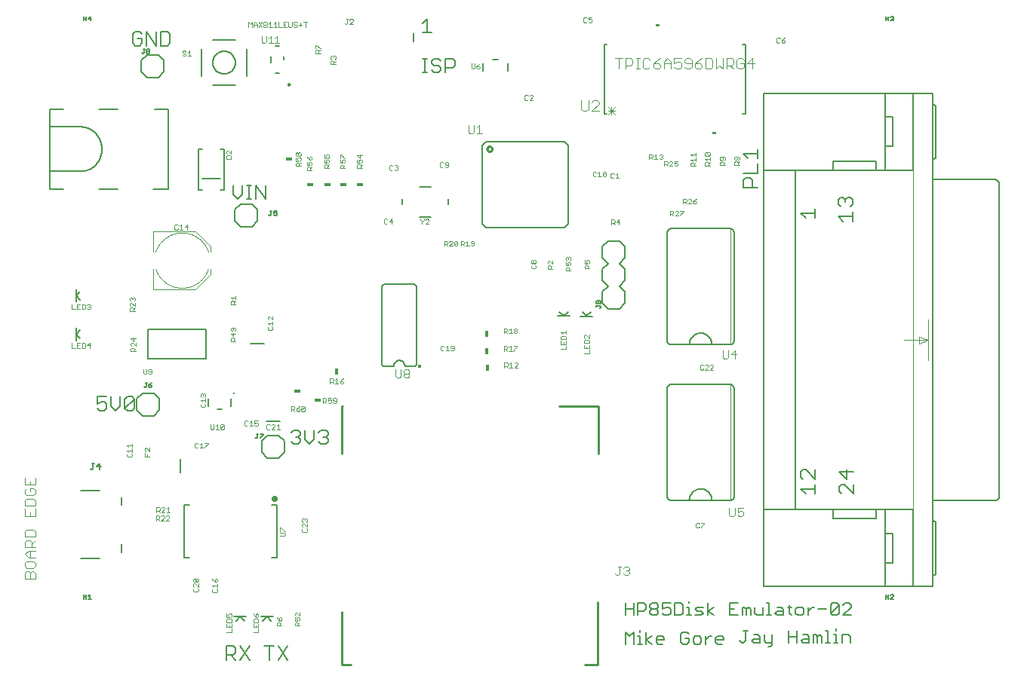
<source format=gbr>
G04 EAGLE Gerber RS-274X export*
G75*
%MOMM*%
%FSLAX34Y34*%
%LPD*%
%INSilkscreen Top*%
%IPPOS*%
%AMOC8*
5,1,8,0,0,1.08239X$1,22.5*%
G01*
%ADD10C,0.127000*%
%ADD11C,0.050800*%
%ADD12C,0.203200*%
%ADD13R,0.381000X0.762000*%
%ADD14C,0.436994*%
%ADD15C,0.101600*%
%ADD16C,0.254000*%
%ADD17C,0.076200*%
%ADD18C,0.254000*%
%ADD19C,0.152400*%
%ADD20C,0.177800*%
%ADD21R,0.762000X0.381000*%
%ADD22R,0.127000X0.508000*%
%ADD23C,0.718400*%
%ADD24C,0.025400*%

G36*
X691357Y727184D02*
X691357Y727184D01*
X691359Y727183D01*
X691402Y727203D01*
X691446Y727221D01*
X691446Y727223D01*
X691448Y727224D01*
X691481Y727309D01*
X691481Y729849D01*
X691480Y729851D01*
X691481Y729853D01*
X691461Y729896D01*
X691443Y729940D01*
X691441Y729940D01*
X691440Y729942D01*
X691355Y729975D01*
X687545Y729975D01*
X687543Y729974D01*
X687541Y729975D01*
X687498Y729955D01*
X687454Y729937D01*
X687454Y729935D01*
X687452Y729934D01*
X687419Y729849D01*
X687419Y727309D01*
X687420Y727307D01*
X687419Y727305D01*
X687439Y727262D01*
X687457Y727218D01*
X687459Y727218D01*
X687460Y727216D01*
X687545Y727183D01*
X691355Y727183D01*
X691357Y727184D01*
G37*
G36*
X754857Y606026D02*
X754857Y606026D01*
X754859Y606025D01*
X754902Y606045D01*
X754946Y606063D01*
X754946Y606065D01*
X754948Y606066D01*
X754981Y606151D01*
X754981Y608691D01*
X754980Y608693D01*
X754981Y608695D01*
X754961Y608738D01*
X754943Y608782D01*
X754941Y608782D01*
X754940Y608784D01*
X754855Y608817D01*
X751045Y608817D01*
X751043Y608816D01*
X751041Y608817D01*
X750998Y608797D01*
X750954Y608779D01*
X750954Y608777D01*
X750952Y608776D01*
X750919Y608691D01*
X750919Y606151D01*
X750920Y606149D01*
X750919Y606147D01*
X750939Y606104D01*
X750957Y606060D01*
X750959Y606060D01*
X750960Y606058D01*
X751045Y606025D01*
X754855Y606025D01*
X754857Y606026D01*
G37*
D10*
X653135Y65635D02*
X653135Y79377D01*
X653135Y72506D02*
X662296Y72506D01*
X662296Y79377D02*
X662296Y65635D01*
X666947Y65635D02*
X666947Y79377D01*
X673818Y79377D01*
X676108Y77086D01*
X676108Y72506D01*
X673818Y70216D01*
X666947Y70216D01*
X680759Y77086D02*
X683049Y79377D01*
X687629Y79377D01*
X689920Y77086D01*
X689920Y74796D01*
X687629Y72506D01*
X689920Y70216D01*
X689920Y67925D01*
X687629Y65635D01*
X683049Y65635D01*
X680759Y67925D01*
X680759Y70216D01*
X683049Y72506D01*
X680759Y74796D01*
X680759Y77086D01*
X683049Y72506D02*
X687629Y72506D01*
X694570Y79377D02*
X703732Y79377D01*
X694570Y79377D02*
X694570Y72506D01*
X699151Y74796D01*
X701441Y74796D01*
X703732Y72506D01*
X703732Y67925D01*
X701441Y65635D01*
X696861Y65635D01*
X694570Y67925D01*
X708382Y65635D02*
X708382Y79377D01*
X708382Y65635D02*
X715253Y65635D01*
X717543Y67925D01*
X717543Y77086D01*
X715253Y79377D01*
X708382Y79377D01*
X722194Y74796D02*
X724484Y74796D01*
X724484Y65635D01*
X722194Y65635D02*
X726774Y65635D01*
X724484Y79377D02*
X724484Y81667D01*
X731402Y65635D02*
X738273Y65635D01*
X740563Y67925D01*
X738273Y70216D01*
X733692Y70216D01*
X731402Y72506D01*
X733692Y74796D01*
X740563Y74796D01*
X745214Y79377D02*
X745214Y65635D01*
X745214Y70216D02*
X752084Y65635D01*
X745214Y70216D02*
X752084Y74796D01*
X770535Y79377D02*
X779696Y79377D01*
X770535Y79377D02*
X770535Y65635D01*
X779696Y65635D01*
X775116Y72506D02*
X770535Y72506D01*
X784347Y74796D02*
X784347Y65635D01*
X784347Y74796D02*
X786637Y74796D01*
X788927Y72506D01*
X788927Y65635D01*
X788927Y72506D02*
X791218Y74796D01*
X793508Y72506D01*
X793508Y65635D01*
X798159Y67925D02*
X798159Y74796D01*
X798159Y67925D02*
X800449Y65635D01*
X807320Y65635D01*
X807320Y74796D01*
X811970Y79377D02*
X814261Y79377D01*
X814261Y65635D01*
X816551Y65635D02*
X811970Y65635D01*
X823469Y74796D02*
X828049Y74796D01*
X830339Y72506D01*
X830339Y65635D01*
X823469Y65635D01*
X821178Y67925D01*
X823469Y70216D01*
X830339Y70216D01*
X837280Y67925D02*
X837280Y77086D01*
X837280Y67925D02*
X839571Y65635D01*
X839571Y74796D02*
X834990Y74796D01*
X846488Y65635D02*
X851069Y65635D01*
X853359Y67925D01*
X853359Y72506D01*
X851069Y74796D01*
X846488Y74796D01*
X844198Y72506D01*
X844198Y67925D01*
X846488Y65635D01*
X858010Y65635D02*
X858010Y74796D01*
X858010Y70216D02*
X862590Y74796D01*
X864881Y74796D01*
X869520Y72506D02*
X878681Y72506D01*
X883331Y77086D02*
X883331Y67925D01*
X883331Y77086D02*
X885622Y79377D01*
X890202Y79377D01*
X892492Y77086D01*
X892492Y67925D01*
X890202Y65635D01*
X885622Y65635D01*
X883331Y67925D01*
X892492Y77086D01*
X897143Y65635D02*
X906304Y65635D01*
X897143Y65635D02*
X906304Y74796D01*
X906304Y77086D01*
X904014Y79377D01*
X899433Y79377D01*
X897143Y77086D01*
X653135Y46877D02*
X653135Y33135D01*
X657716Y42296D02*
X653135Y46877D01*
X657716Y42296D02*
X662296Y46877D01*
X662296Y33135D01*
X666947Y42296D02*
X669237Y42296D01*
X669237Y33135D01*
X666947Y33135D02*
X671527Y33135D01*
X669237Y46877D02*
X669237Y49167D01*
X676155Y46877D02*
X676155Y33135D01*
X676155Y37716D02*
X683025Y33135D01*
X676155Y37716D02*
X683025Y42296D01*
X689955Y33135D02*
X694535Y33135D01*
X689955Y33135D02*
X687664Y35425D01*
X687664Y40006D01*
X689955Y42296D01*
X694535Y42296D01*
X696826Y40006D01*
X696826Y37716D01*
X687664Y37716D01*
X722159Y46877D02*
X724449Y44586D01*
X722159Y46877D02*
X717578Y46877D01*
X715288Y44586D01*
X715288Y35425D01*
X717578Y33135D01*
X722159Y33135D01*
X724449Y35425D01*
X724449Y40006D01*
X719869Y40006D01*
X731390Y33135D02*
X735971Y33135D01*
X738261Y35425D01*
X738261Y40006D01*
X735971Y42296D01*
X731390Y42296D01*
X729100Y40006D01*
X729100Y35425D01*
X731390Y33135D01*
X742912Y33135D02*
X742912Y42296D01*
X742912Y37716D02*
X747492Y42296D01*
X749782Y42296D01*
X756712Y33135D02*
X761292Y33135D01*
X756712Y33135D02*
X754421Y35425D01*
X754421Y40006D01*
X756712Y42296D01*
X761292Y42296D01*
X763583Y40006D01*
X763583Y37716D01*
X754421Y37716D01*
X781135Y36925D02*
X783425Y34635D01*
X785716Y34635D01*
X788006Y36925D01*
X788006Y48377D01*
X785716Y48377D02*
X790296Y48377D01*
X797237Y43796D02*
X801818Y43796D01*
X804108Y41506D01*
X804108Y34635D01*
X797237Y34635D01*
X794947Y36925D01*
X797237Y39216D01*
X804108Y39216D01*
X808759Y36925D02*
X808759Y43796D01*
X808759Y36925D02*
X811049Y34635D01*
X817920Y34635D01*
X817920Y32345D02*
X817920Y43796D01*
X817920Y32345D02*
X815629Y30054D01*
X813339Y30054D01*
X836382Y34635D02*
X836382Y48377D01*
X836382Y41506D02*
X845543Y41506D01*
X845543Y48377D02*
X845543Y34635D01*
X852484Y43796D02*
X857065Y43796D01*
X859355Y41506D01*
X859355Y34635D01*
X852484Y34635D01*
X850194Y36925D01*
X852484Y39216D01*
X859355Y39216D01*
X864006Y43796D02*
X864006Y34635D01*
X864006Y43796D02*
X866296Y43796D01*
X868586Y41506D01*
X868586Y34635D01*
X868586Y41506D02*
X870877Y43796D01*
X873167Y41506D01*
X873167Y34635D01*
X877817Y48377D02*
X880108Y48377D01*
X880108Y34635D01*
X882398Y34635D02*
X877817Y34635D01*
X887025Y43796D02*
X889316Y43796D01*
X889316Y34635D01*
X891606Y34635D02*
X887025Y34635D01*
X889316Y48377D02*
X889316Y50667D01*
X896233Y43796D02*
X896233Y34635D01*
X896233Y43796D02*
X903104Y43796D01*
X905394Y41506D01*
X905394Y34635D01*
X70973Y311142D02*
X60635Y311142D01*
X60635Y303389D01*
X65804Y305973D01*
X68389Y305973D01*
X70973Y303389D01*
X70973Y298220D01*
X68389Y295635D01*
X63220Y295635D01*
X60635Y298220D01*
X76071Y300804D02*
X76071Y311142D01*
X76071Y300804D02*
X81240Y295635D01*
X86409Y300804D01*
X86409Y311142D01*
X91507Y308558D02*
X91507Y298220D01*
X91507Y308558D02*
X94092Y311142D01*
X99261Y311142D01*
X101845Y308558D01*
X101845Y298220D01*
X99261Y295635D01*
X94092Y295635D01*
X91507Y298220D01*
X101845Y308558D01*
X278135Y271058D02*
X280720Y273642D01*
X285889Y273642D01*
X288473Y271058D01*
X288473Y268473D01*
X285889Y265889D01*
X283304Y265889D01*
X285889Y265889D02*
X288473Y263304D01*
X288473Y260720D01*
X285889Y258135D01*
X280720Y258135D01*
X278135Y260720D01*
X293571Y263304D02*
X293571Y273642D01*
X293571Y263304D02*
X298740Y258135D01*
X303909Y263304D01*
X303909Y273642D01*
X309007Y271058D02*
X311592Y273642D01*
X316761Y273642D01*
X319345Y271058D01*
X319345Y268473D01*
X316761Y265889D01*
X314176Y265889D01*
X316761Y265889D02*
X319345Y263304D01*
X319345Y260720D01*
X316761Y258135D01*
X311592Y258135D01*
X309007Y260720D01*
X213135Y538304D02*
X213135Y548642D01*
X213135Y538304D02*
X218304Y533135D01*
X223473Y538304D01*
X223473Y548642D01*
X228571Y533135D02*
X233740Y533135D01*
X231156Y533135D02*
X231156Y548642D01*
X233740Y548642D02*
X228571Y548642D01*
X238862Y548642D02*
X238862Y533135D01*
X249200Y533135D02*
X238862Y548642D01*
X249200Y548642D02*
X249200Y533135D01*
X110973Y718558D02*
X108389Y721142D01*
X103220Y721142D01*
X100635Y718558D01*
X100635Y708220D01*
X103220Y705635D01*
X108389Y705635D01*
X110973Y708220D01*
X110973Y713389D01*
X105804Y713389D01*
X116071Y721142D02*
X116071Y705635D01*
X126409Y705635D02*
X116071Y721142D01*
X126409Y721142D02*
X126409Y705635D01*
X131507Y705635D02*
X131507Y721142D01*
X131507Y705635D02*
X139261Y705635D01*
X141845Y708220D01*
X141845Y718558D01*
X139261Y721142D01*
X131507Y721142D01*
X425635Y675635D02*
X430804Y675635D01*
X428220Y675635D02*
X428220Y691142D01*
X430804Y691142D02*
X425635Y691142D01*
X443679Y691142D02*
X446264Y688558D01*
X443679Y691142D02*
X438510Y691142D01*
X435926Y688558D01*
X435926Y685973D01*
X438510Y683389D01*
X443679Y683389D01*
X446264Y680804D01*
X446264Y678220D01*
X443679Y675635D01*
X438510Y675635D01*
X435926Y678220D01*
X451362Y675635D02*
X451362Y691142D01*
X459115Y691142D01*
X461700Y688558D01*
X461700Y683389D01*
X459115Y680804D01*
X451362Y680804D01*
X425635Y730973D02*
X430804Y736142D01*
X430804Y720635D01*
X425635Y720635D02*
X435973Y720635D01*
X253304Y31142D02*
X253304Y15635D01*
X248135Y31142D02*
X258473Y31142D01*
X263571Y31142D02*
X273909Y15635D01*
X263571Y15635D02*
X273909Y31142D01*
X205635Y31142D02*
X205635Y15635D01*
X205635Y31142D02*
X213389Y31142D01*
X215973Y28558D01*
X215973Y23389D01*
X213389Y20804D01*
X205635Y20804D01*
X210804Y20804D02*
X215973Y15635D01*
X231409Y15635D02*
X221071Y31142D01*
X231409Y31142D02*
X221071Y15635D01*
D11*
X640469Y561455D02*
X639537Y562387D01*
X637673Y562387D01*
X636741Y561455D01*
X636741Y557726D01*
X637673Y556794D01*
X639537Y556794D01*
X640469Y557726D01*
X642354Y560523D02*
X644218Y562387D01*
X644218Y556794D01*
X642354Y556794D02*
X646083Y556794D01*
X571282Y454941D02*
X565689Y454941D01*
X565689Y457737D01*
X566621Y458669D01*
X568486Y458669D01*
X569418Y457737D01*
X569418Y454941D01*
X569418Y456805D02*
X571282Y458669D01*
X571282Y460554D02*
X571282Y464282D01*
X571282Y460554D02*
X567554Y464282D01*
X566621Y464282D01*
X565689Y463350D01*
X565689Y461486D01*
X566621Y460554D01*
X327912Y684818D02*
X322319Y684818D01*
X322319Y687614D01*
X323251Y688546D01*
X325116Y688546D01*
X326048Y687614D01*
X326048Y684818D01*
X326048Y686682D02*
X327912Y688546D01*
X323251Y690431D02*
X322319Y691363D01*
X322319Y693227D01*
X323251Y694159D01*
X324184Y694159D01*
X325116Y693227D01*
X325116Y692295D01*
X325116Y693227D02*
X326048Y694159D01*
X326980Y694159D01*
X327912Y693227D01*
X327912Y691363D01*
X326980Y690431D01*
X543037Y650167D02*
X543969Y649235D01*
X543037Y650167D02*
X541173Y650167D01*
X540241Y649235D01*
X540241Y645506D01*
X541173Y644574D01*
X543037Y644574D01*
X543969Y645506D01*
X545854Y644574D02*
X549583Y644574D01*
X545854Y644574D02*
X549583Y648303D01*
X549583Y649235D01*
X548650Y650167D01*
X546786Y650167D01*
X545854Y649235D01*
D12*
X577045Y401763D02*
X590695Y401763D01*
X588633Y406713D02*
X583870Y401950D01*
X579108Y406713D01*
D11*
X580758Y364728D02*
X586351Y364728D01*
X586351Y368456D01*
X580758Y370341D02*
X580758Y374069D01*
X580758Y370341D02*
X586351Y370341D01*
X586351Y374069D01*
X583555Y372205D02*
X583555Y370341D01*
X586351Y375954D02*
X580758Y375954D01*
X586351Y375954D02*
X586351Y378750D01*
X585419Y379682D01*
X581690Y379682D01*
X580758Y378750D01*
X580758Y375954D01*
X582623Y381567D02*
X580758Y383431D01*
X586351Y383431D01*
X586351Y381567D02*
X586351Y385296D01*
D12*
X215200Y661300D02*
X190100Y661300D01*
X177400Y671300D02*
X177400Y702100D01*
X190400Y712100D02*
X215200Y712100D01*
X228200Y702100D02*
X228200Y671300D01*
X190100Y686700D02*
X190104Y687012D01*
X190115Y687323D01*
X190134Y687634D01*
X190161Y687945D01*
X190196Y688255D01*
X190237Y688563D01*
X190287Y688871D01*
X190344Y689178D01*
X190409Y689483D01*
X190481Y689786D01*
X190560Y690087D01*
X190647Y690387D01*
X190741Y690684D01*
X190842Y690979D01*
X190951Y691271D01*
X191067Y691560D01*
X191190Y691847D01*
X191319Y692130D01*
X191456Y692410D01*
X191600Y692687D01*
X191750Y692960D01*
X191907Y693229D01*
X192070Y693494D01*
X192240Y693756D01*
X192417Y694013D01*
X192599Y694265D01*
X192788Y694513D01*
X192983Y694757D01*
X193183Y694995D01*
X193390Y695229D01*
X193602Y695457D01*
X193820Y695680D01*
X194043Y695898D01*
X194271Y696110D01*
X194505Y696317D01*
X194743Y696517D01*
X194987Y696712D01*
X195235Y696901D01*
X195487Y697083D01*
X195744Y697260D01*
X196006Y697430D01*
X196271Y697593D01*
X196540Y697750D01*
X196813Y697900D01*
X197090Y698044D01*
X197370Y698181D01*
X197653Y698310D01*
X197940Y698433D01*
X198229Y698549D01*
X198521Y698658D01*
X198816Y698759D01*
X199113Y698853D01*
X199413Y698940D01*
X199714Y699019D01*
X200017Y699091D01*
X200322Y699156D01*
X200629Y699213D01*
X200937Y699263D01*
X201245Y699304D01*
X201555Y699339D01*
X201866Y699366D01*
X202177Y699385D01*
X202488Y699396D01*
X202800Y699400D01*
X203112Y699396D01*
X203423Y699385D01*
X203734Y699366D01*
X204045Y699339D01*
X204355Y699304D01*
X204663Y699263D01*
X204971Y699213D01*
X205278Y699156D01*
X205583Y699091D01*
X205886Y699019D01*
X206187Y698940D01*
X206487Y698853D01*
X206784Y698759D01*
X207079Y698658D01*
X207371Y698549D01*
X207660Y698433D01*
X207947Y698310D01*
X208230Y698181D01*
X208510Y698044D01*
X208787Y697900D01*
X209060Y697750D01*
X209329Y697593D01*
X209594Y697430D01*
X209856Y697260D01*
X210113Y697083D01*
X210365Y696901D01*
X210613Y696712D01*
X210857Y696517D01*
X211095Y696317D01*
X211329Y696110D01*
X211557Y695898D01*
X211780Y695680D01*
X211998Y695457D01*
X212210Y695229D01*
X212417Y694995D01*
X212617Y694757D01*
X212812Y694513D01*
X213001Y694265D01*
X213183Y694013D01*
X213360Y693756D01*
X213530Y693494D01*
X213693Y693229D01*
X213850Y692960D01*
X214000Y692687D01*
X214144Y692410D01*
X214281Y692130D01*
X214410Y691847D01*
X214533Y691560D01*
X214649Y691271D01*
X214758Y690979D01*
X214859Y690684D01*
X214953Y690387D01*
X215040Y690087D01*
X215119Y689786D01*
X215191Y689483D01*
X215256Y689178D01*
X215313Y688871D01*
X215363Y688563D01*
X215404Y688255D01*
X215439Y687945D01*
X215466Y687634D01*
X215485Y687323D01*
X215496Y687012D01*
X215500Y686700D01*
X215496Y686388D01*
X215485Y686077D01*
X215466Y685766D01*
X215439Y685455D01*
X215404Y685145D01*
X215363Y684837D01*
X215313Y684529D01*
X215256Y684222D01*
X215191Y683917D01*
X215119Y683614D01*
X215040Y683313D01*
X214953Y683013D01*
X214859Y682716D01*
X214758Y682421D01*
X214649Y682129D01*
X214533Y681840D01*
X214410Y681553D01*
X214281Y681270D01*
X214144Y680990D01*
X214000Y680713D01*
X213850Y680440D01*
X213693Y680171D01*
X213530Y679906D01*
X213360Y679644D01*
X213183Y679387D01*
X213001Y679135D01*
X212812Y678887D01*
X212617Y678643D01*
X212417Y678405D01*
X212210Y678171D01*
X211998Y677943D01*
X211780Y677720D01*
X211557Y677502D01*
X211329Y677290D01*
X211095Y677083D01*
X210857Y676883D01*
X210613Y676688D01*
X210365Y676499D01*
X210113Y676317D01*
X209856Y676140D01*
X209594Y675970D01*
X209329Y675807D01*
X209060Y675650D01*
X208787Y675500D01*
X208510Y675356D01*
X208230Y675219D01*
X207947Y675090D01*
X207660Y674967D01*
X207371Y674851D01*
X207079Y674742D01*
X206784Y674641D01*
X206487Y674547D01*
X206187Y674460D01*
X205886Y674381D01*
X205583Y674309D01*
X205278Y674244D01*
X204971Y674187D01*
X204663Y674137D01*
X204355Y674096D01*
X204045Y674061D01*
X203734Y674034D01*
X203423Y674015D01*
X203112Y674004D01*
X202800Y674000D01*
X202488Y674004D01*
X202177Y674015D01*
X201866Y674034D01*
X201555Y674061D01*
X201245Y674096D01*
X200937Y674137D01*
X200629Y674187D01*
X200322Y674244D01*
X200017Y674309D01*
X199714Y674381D01*
X199413Y674460D01*
X199113Y674547D01*
X198816Y674641D01*
X198521Y674742D01*
X198229Y674851D01*
X197940Y674967D01*
X197653Y675090D01*
X197370Y675219D01*
X197090Y675356D01*
X196813Y675500D01*
X196540Y675650D01*
X196271Y675807D01*
X196006Y675970D01*
X195744Y676140D01*
X195487Y676317D01*
X195235Y676499D01*
X194987Y676688D01*
X194743Y676883D01*
X194505Y677083D01*
X194271Y677290D01*
X194043Y677502D01*
X193820Y677720D01*
X193602Y677943D01*
X193390Y678171D01*
X193183Y678405D01*
X192983Y678643D01*
X192788Y678887D01*
X192599Y679135D01*
X192417Y679387D01*
X192240Y679644D01*
X192070Y679906D01*
X191907Y680171D01*
X191750Y680440D01*
X191600Y680713D01*
X191456Y680990D01*
X191319Y681270D01*
X191190Y681553D01*
X191067Y681840D01*
X190951Y682129D01*
X190842Y682421D01*
X190741Y682716D01*
X190647Y683013D01*
X190560Y683313D01*
X190481Y683614D01*
X190409Y683917D01*
X190344Y684222D01*
X190287Y684529D01*
X190237Y684837D01*
X190196Y685145D01*
X190161Y685455D01*
X190134Y685766D01*
X190115Y686077D01*
X190104Y686388D01*
X190100Y686700D01*
D11*
X159946Y698839D02*
X159014Y699771D01*
X157150Y699771D01*
X156218Y698839D01*
X156218Y697907D01*
X157150Y696974D01*
X159014Y696974D01*
X159946Y696042D01*
X159946Y695110D01*
X159014Y694178D01*
X157150Y694178D01*
X156218Y695110D01*
X161831Y697907D02*
X163695Y699771D01*
X163695Y694178D01*
X161831Y694178D02*
X165559Y694178D01*
D13*
X498400Y343500D03*
D11*
X517264Y343874D02*
X517264Y349467D01*
X520060Y349467D01*
X520993Y348535D01*
X520993Y346670D01*
X520060Y345738D01*
X517264Y345738D01*
X519128Y345738D02*
X520993Y343874D01*
X522877Y347603D02*
X524741Y349467D01*
X524741Y343874D01*
X522877Y343874D02*
X526606Y343874D01*
X528490Y343874D02*
X532219Y343874D01*
X528490Y343874D02*
X532219Y347603D01*
X532219Y348535D01*
X531287Y349467D01*
X529422Y349467D01*
X528490Y348535D01*
D13*
X329400Y339500D03*
D11*
X321705Y331631D02*
X321705Y326038D01*
X321705Y331631D02*
X324501Y331631D01*
X325433Y330699D01*
X325433Y328834D01*
X324501Y327902D01*
X321705Y327902D01*
X323569Y327902D02*
X325433Y326038D01*
X327318Y329767D02*
X329182Y331631D01*
X329182Y326038D01*
X327318Y326038D02*
X331046Y326038D01*
X334795Y330699D02*
X336659Y331631D01*
X334795Y330699D02*
X332931Y328834D01*
X332931Y326970D01*
X333863Y326038D01*
X335727Y326038D01*
X336659Y326970D01*
X336659Y327902D01*
X335727Y328834D01*
X332931Y328834D01*
D13*
X497900Y362400D03*
D11*
X516764Y362774D02*
X516764Y368367D01*
X519560Y368367D01*
X520493Y367435D01*
X520493Y365570D01*
X519560Y364638D01*
X516764Y364638D01*
X518628Y364638D02*
X520493Y362774D01*
X522377Y366503D02*
X524241Y368367D01*
X524241Y362774D01*
X522377Y362774D02*
X526106Y362774D01*
X527990Y368367D02*
X531719Y368367D01*
X531719Y367435D01*
X527990Y363706D01*
X527990Y362774D01*
D12*
X379737Y348982D02*
X379737Y433818D01*
X414853Y437628D02*
X414966Y437644D01*
X415080Y437655D01*
X415194Y437662D01*
X415308Y437666D01*
X415423Y437665D01*
X415537Y437661D01*
X415651Y437653D01*
X415765Y437641D01*
X415878Y437625D01*
X415990Y437605D01*
X416102Y437581D01*
X416213Y437554D01*
X416323Y437522D01*
X416432Y437487D01*
X416540Y437449D01*
X416646Y437406D01*
X416750Y437360D01*
X416854Y437311D01*
X416955Y437258D01*
X417054Y437202D01*
X417152Y437142D01*
X417247Y437079D01*
X417340Y437012D01*
X417431Y436943D01*
X417519Y436871D01*
X417605Y436795D01*
X417689Y436717D01*
X417769Y436636D01*
X417847Y436552D01*
X417922Y436465D01*
X417993Y436376D01*
X418062Y436285D01*
X418128Y436191D01*
X418190Y436096D01*
X418249Y435998D01*
X418305Y435898D01*
X418357Y435796D01*
X418406Y435693D01*
X418451Y435588D01*
X418492Y435481D01*
X418530Y435373D01*
X418565Y435264D01*
X418595Y435154D01*
X418622Y435043D01*
X418644Y434931D01*
X418663Y434818D01*
X379737Y348982D02*
X379754Y348852D01*
X379775Y348723D01*
X379800Y348594D01*
X379828Y348466D01*
X379861Y348339D01*
X379897Y348213D01*
X379938Y348088D01*
X379982Y347965D01*
X380029Y347843D01*
X380081Y347722D01*
X380135Y347603D01*
X380194Y347486D01*
X380256Y347371D01*
X380321Y347257D01*
X380390Y347145D01*
X380463Y347036D01*
X380538Y346929D01*
X380617Y346824D01*
X380699Y346722D01*
X380784Y346622D01*
X380871Y346525D01*
X380962Y346430D01*
X381056Y346338D01*
X381152Y346249D01*
X381251Y346163D01*
X381352Y346081D01*
X381456Y346001D01*
X381563Y345924D01*
X381671Y345851D01*
X381782Y345781D01*
X381895Y345714D01*
X382010Y345651D01*
X382126Y345591D01*
X382245Y345535D01*
X382365Y345482D01*
X382486Y345433D01*
X382609Y345388D01*
X382734Y345346D01*
X382859Y345308D01*
X382986Y345275D01*
X383113Y345244D01*
X383242Y345218D01*
X383371Y345196D01*
X383501Y345177D01*
X383631Y345163D01*
X383762Y345152D01*
X383893Y345146D01*
X384024Y345143D01*
X384155Y345144D01*
X384286Y345150D01*
X384416Y345159D01*
X384547Y345172D01*
X379737Y433818D02*
X379739Y433940D01*
X379745Y434062D01*
X379755Y434184D01*
X379768Y434305D01*
X379786Y434426D01*
X379807Y434546D01*
X379832Y434666D01*
X379861Y434785D01*
X379894Y434902D01*
X379931Y435019D01*
X379971Y435134D01*
X380015Y435248D01*
X380063Y435360D01*
X380114Y435471D01*
X380169Y435580D01*
X380227Y435688D01*
X380289Y435793D01*
X380354Y435897D01*
X380422Y435998D01*
X380493Y436097D01*
X380568Y436194D01*
X380646Y436288D01*
X380726Y436380D01*
X380810Y436469D01*
X380896Y436555D01*
X380985Y436639D01*
X381077Y436719D01*
X381171Y436797D01*
X381268Y436872D01*
X381367Y436943D01*
X381468Y437011D01*
X381572Y437076D01*
X381677Y437138D01*
X381785Y437196D01*
X381894Y437251D01*
X382005Y437302D01*
X382117Y437350D01*
X382231Y437394D01*
X382346Y437434D01*
X382463Y437471D01*
X382580Y437504D01*
X382699Y437533D01*
X382819Y437558D01*
X382939Y437579D01*
X383060Y437597D01*
X383181Y437610D01*
X383303Y437620D01*
X383425Y437626D01*
X383547Y437628D01*
X418663Y348983D02*
X418678Y348869D01*
X418690Y348755D01*
X418697Y348641D01*
X418701Y348527D01*
X418700Y348413D01*
X418696Y348298D01*
X418688Y348184D01*
X418676Y348071D01*
X418660Y347958D01*
X418640Y347845D01*
X418616Y347733D01*
X418589Y347622D01*
X418558Y347512D01*
X418523Y347403D01*
X418484Y347296D01*
X418442Y347189D01*
X418396Y347085D01*
X418346Y346982D01*
X418293Y346880D01*
X418237Y346781D01*
X418177Y346683D01*
X418114Y346588D01*
X418048Y346495D01*
X417978Y346404D01*
X417906Y346316D01*
X417830Y346230D01*
X417752Y346147D01*
X417671Y346066D01*
X417587Y345988D01*
X417501Y345914D01*
X417412Y345842D01*
X417320Y345773D01*
X417227Y345707D01*
X417131Y345645D01*
X417033Y345586D01*
X416933Y345530D01*
X416831Y345478D01*
X416728Y345430D01*
X416623Y345384D01*
X416516Y345343D01*
X416408Y345305D01*
X416299Y345271D01*
X416189Y345241D01*
X416078Y345214D01*
X415966Y345191D01*
X415853Y345172D01*
X418663Y348982D02*
X418663Y434818D01*
X414853Y437628D02*
X383547Y437628D01*
X393104Y345680D02*
X393106Y345838D01*
X393112Y345997D01*
X393122Y346155D01*
X393136Y346312D01*
X393153Y346470D01*
X393175Y346626D01*
X393200Y346783D01*
X393230Y346938D01*
X393263Y347093D01*
X393300Y347247D01*
X393341Y347400D01*
X393386Y347552D01*
X393435Y347702D01*
X393487Y347852D01*
X393543Y348000D01*
X393603Y348147D01*
X393666Y348292D01*
X393733Y348435D01*
X393803Y348577D01*
X393877Y348717D01*
X393955Y348855D01*
X394036Y348991D01*
X394120Y349125D01*
X394207Y349257D01*
X394298Y349387D01*
X394392Y349514D01*
X394489Y349639D01*
X394590Y349762D01*
X394693Y349882D01*
X394799Y349999D01*
X394908Y350114D01*
X395020Y350226D01*
X395135Y350335D01*
X395252Y350441D01*
X395372Y350544D01*
X395495Y350645D01*
X395620Y350742D01*
X395747Y350836D01*
X395877Y350927D01*
X396009Y351014D01*
X396143Y351098D01*
X396279Y351179D01*
X396417Y351257D01*
X396557Y351331D01*
X396699Y351401D01*
X396842Y351468D01*
X396987Y351531D01*
X397134Y351591D01*
X397282Y351647D01*
X397432Y351699D01*
X397582Y351748D01*
X397734Y351793D01*
X397887Y351834D01*
X398041Y351871D01*
X398196Y351904D01*
X398351Y351934D01*
X398508Y351959D01*
X398664Y351981D01*
X398822Y351998D01*
X398979Y352012D01*
X399137Y352022D01*
X399296Y352028D01*
X399454Y352030D01*
X399612Y352028D01*
X399771Y352022D01*
X399929Y352012D01*
X400086Y351998D01*
X400244Y351981D01*
X400400Y351959D01*
X400557Y351934D01*
X400712Y351904D01*
X400867Y351871D01*
X401021Y351834D01*
X401174Y351793D01*
X401326Y351748D01*
X401476Y351699D01*
X401626Y351647D01*
X401774Y351591D01*
X401921Y351531D01*
X402066Y351468D01*
X402209Y351401D01*
X402351Y351331D01*
X402491Y351257D01*
X402629Y351179D01*
X402765Y351098D01*
X402899Y351014D01*
X403031Y350927D01*
X403161Y350836D01*
X403288Y350742D01*
X403413Y350645D01*
X403536Y350544D01*
X403656Y350441D01*
X403773Y350335D01*
X403888Y350226D01*
X404000Y350114D01*
X404109Y349999D01*
X404215Y349882D01*
X404318Y349762D01*
X404419Y349639D01*
X404516Y349514D01*
X404610Y349387D01*
X404701Y349257D01*
X404788Y349125D01*
X404872Y348991D01*
X404953Y348855D01*
X405031Y348717D01*
X405105Y348577D01*
X405175Y348435D01*
X405242Y348292D01*
X405305Y348147D01*
X405365Y348000D01*
X405421Y347852D01*
X405473Y347702D01*
X405522Y347552D01*
X405567Y347400D01*
X405608Y347247D01*
X405645Y347093D01*
X405678Y346938D01*
X405708Y346783D01*
X405733Y346626D01*
X405755Y346470D01*
X405772Y346312D01*
X405786Y346155D01*
X405796Y345997D01*
X405802Y345838D01*
X405804Y345680D01*
X393104Y345172D02*
X384674Y345172D01*
X405804Y345172D02*
X415853Y345172D01*
D14*
X422314Y345680D03*
D15*
X395158Y341810D02*
X395158Y334183D01*
X396683Y332658D01*
X399734Y332658D01*
X401259Y334183D01*
X401259Y341810D01*
X404513Y340285D02*
X406038Y341810D01*
X409089Y341810D01*
X410614Y340285D01*
X410614Y338759D01*
X409089Y337234D01*
X410614Y335709D01*
X410614Y334183D01*
X409089Y332658D01*
X406038Y332658D01*
X404513Y334183D01*
X404513Y335709D01*
X406038Y337234D01*
X404513Y338759D01*
X404513Y340285D01*
X406038Y337234D02*
X409089Y337234D01*
D13*
X497900Y381900D03*
D11*
X516764Y382274D02*
X516764Y387867D01*
X519560Y387867D01*
X520493Y386935D01*
X520493Y385070D01*
X519560Y384138D01*
X516764Y384138D01*
X518628Y384138D02*
X520493Y382274D01*
X522377Y386003D02*
X524241Y387867D01*
X524241Y382274D01*
X522377Y382274D02*
X526106Y382274D01*
X527990Y386935D02*
X528922Y387867D01*
X530787Y387867D01*
X531719Y386935D01*
X531719Y386003D01*
X530787Y385070D01*
X531719Y384138D01*
X531719Y383206D01*
X530787Y382274D01*
X528922Y382274D01*
X527990Y383206D01*
X527990Y384138D01*
X528922Y385070D01*
X527990Y386003D01*
X527990Y386935D01*
X528922Y385070D02*
X530787Y385070D01*
D16*
X578790Y300150D02*
X622780Y300150D01*
X622780Y246810D01*
X621780Y80710D02*
X621780Y10320D01*
X607600Y10200D01*
X335330Y10320D02*
X335330Y69090D01*
X335330Y10320D02*
X345110Y10320D01*
X336220Y300150D02*
X335330Y300150D01*
X335330Y246810D01*
D17*
X641581Y112449D02*
X643149Y110881D01*
X644716Y110881D01*
X646284Y112449D01*
X646284Y120287D01*
X644716Y120287D02*
X647852Y120287D01*
X650936Y118719D02*
X652504Y120287D01*
X655639Y120287D01*
X657207Y118719D01*
X657207Y117152D01*
X655639Y115584D01*
X654072Y115584D01*
X655639Y115584D02*
X657207Y114016D01*
X657207Y112449D01*
X655639Y110881D01*
X652504Y110881D01*
X650936Y112449D01*
D11*
X94765Y247163D02*
X93833Y246231D01*
X93833Y244366D01*
X94765Y243434D01*
X98494Y243434D01*
X99426Y244366D01*
X99426Y246231D01*
X98494Y247163D01*
X95698Y249047D02*
X93833Y250912D01*
X99426Y250912D01*
X99426Y252776D02*
X99426Y249047D01*
X95698Y254661D02*
X93833Y256525D01*
X99426Y256525D01*
X99426Y254661D02*
X99426Y258389D01*
X261969Y54041D02*
X267562Y54041D01*
X261969Y54041D02*
X261969Y56837D01*
X262901Y57769D01*
X264766Y57769D01*
X265698Y56837D01*
X265698Y54041D01*
X265698Y55905D02*
X267562Y57769D01*
X262901Y61518D02*
X261969Y63382D01*
X262901Y61518D02*
X264766Y59654D01*
X266630Y59654D01*
X267562Y60586D01*
X267562Y62450D01*
X266630Y63382D01*
X265698Y63382D01*
X264766Y62450D01*
X264766Y59654D01*
X468434Y480474D02*
X468434Y486067D01*
X471231Y486067D01*
X472163Y485135D01*
X472163Y483270D01*
X471231Y482338D01*
X468434Y482338D01*
X470299Y482338D02*
X472163Y480474D01*
X474047Y484203D02*
X475912Y486067D01*
X475912Y480474D01*
X477776Y480474D02*
X474047Y480474D01*
X479661Y481406D02*
X480593Y480474D01*
X482457Y480474D01*
X483389Y481406D01*
X483389Y485135D01*
X482457Y486067D01*
X480593Y486067D01*
X479661Y485135D01*
X479661Y484203D01*
X480593Y483270D01*
X483389Y483270D01*
X449934Y480474D02*
X449934Y486067D01*
X452731Y486067D01*
X453663Y485135D01*
X453663Y483270D01*
X452731Y482338D01*
X449934Y482338D01*
X451799Y482338D02*
X453663Y480474D01*
X455547Y480474D02*
X459276Y480474D01*
X455547Y480474D02*
X459276Y484203D01*
X459276Y485135D01*
X458344Y486067D01*
X456480Y486067D01*
X455547Y485135D01*
X461161Y485135D02*
X461161Y481406D01*
X461161Y485135D02*
X462093Y486067D01*
X463957Y486067D01*
X464889Y485135D01*
X464889Y481406D01*
X463957Y480474D01*
X462093Y480474D01*
X461161Y481406D01*
X464889Y485135D01*
X190501Y95463D02*
X189569Y94531D01*
X189569Y92666D01*
X190501Y91734D01*
X194230Y91734D01*
X195162Y92666D01*
X195162Y94531D01*
X194230Y95463D01*
X191434Y97347D02*
X189569Y99212D01*
X195162Y99212D01*
X195162Y101076D02*
X195162Y97347D01*
X190501Y104825D02*
X189569Y106689D01*
X190501Y104825D02*
X192366Y102961D01*
X194230Y102961D01*
X195162Y103893D01*
X195162Y105757D01*
X194230Y106689D01*
X193298Y106689D01*
X192366Y105757D01*
X192366Y102961D01*
D12*
X153470Y226380D02*
X153470Y241620D01*
D11*
X172731Y259321D02*
X173663Y258389D01*
X172731Y259321D02*
X170866Y259321D01*
X169934Y258389D01*
X169934Y254660D01*
X170866Y253728D01*
X172731Y253728D01*
X173663Y254660D01*
X175547Y257457D02*
X177412Y259321D01*
X177412Y253728D01*
X179276Y253728D02*
X175547Y253728D01*
X181161Y259321D02*
X184889Y259321D01*
X184889Y258389D01*
X181161Y254660D01*
X181161Y253728D01*
X126934Y186967D02*
X126934Y181374D01*
X126934Y186967D02*
X129731Y186967D01*
X130663Y186035D01*
X130663Y184170D01*
X129731Y183238D01*
X126934Y183238D01*
X128799Y183238D02*
X130663Y181374D01*
X132547Y181374D02*
X136276Y181374D01*
X132547Y181374D02*
X136276Y185103D01*
X136276Y186035D01*
X135344Y186967D01*
X133480Y186967D01*
X132547Y186035D01*
X138161Y185103D02*
X140025Y186967D01*
X140025Y181374D01*
X138161Y181374D02*
X141889Y181374D01*
X126434Y177467D02*
X126434Y171874D01*
X126434Y177467D02*
X129231Y177467D01*
X130163Y176535D01*
X130163Y174670D01*
X129231Y173738D01*
X126434Y173738D01*
X128299Y173738D02*
X130163Y171874D01*
X132047Y171874D02*
X135776Y171874D01*
X132047Y171874D02*
X135776Y175603D01*
X135776Y176535D01*
X134844Y177467D01*
X132980Y177467D01*
X132047Y176535D01*
X137661Y171874D02*
X141389Y171874D01*
X137661Y171874D02*
X141389Y175603D01*
X141389Y176535D01*
X140457Y177467D01*
X138593Y177467D01*
X137661Y176535D01*
X169201Y95663D02*
X168269Y94731D01*
X168269Y92866D01*
X169201Y91934D01*
X172930Y91934D01*
X173862Y92866D01*
X173862Y94731D01*
X172930Y95663D01*
X173862Y97547D02*
X173862Y101276D01*
X170134Y101276D02*
X173862Y97547D01*
X170134Y101276D02*
X169201Y101276D01*
X168269Y100344D01*
X168269Y98480D01*
X169201Y97547D01*
X169201Y103161D02*
X172930Y103161D01*
X169201Y103161D02*
X168269Y104093D01*
X168269Y105957D01*
X169201Y106889D01*
X172930Y106889D01*
X173862Y105957D01*
X173862Y104093D01*
X172930Y103161D01*
X169201Y106889D01*
D12*
X214175Y64238D02*
X227825Y64238D01*
X221000Y64050D02*
X216238Y59288D01*
X221000Y64050D02*
X225763Y59288D01*
D11*
X211221Y46728D02*
X205628Y46728D01*
X211221Y46728D02*
X211221Y50456D01*
X205628Y52341D02*
X205628Y56069D01*
X205628Y52341D02*
X211221Y52341D01*
X211221Y56069D01*
X208425Y54205D02*
X208425Y52341D01*
X211221Y57954D02*
X205628Y57954D01*
X211221Y57954D02*
X211221Y60750D01*
X210289Y61682D01*
X206560Y61682D01*
X205628Y60750D01*
X205628Y57954D01*
X205628Y63567D02*
X205628Y67296D01*
X205628Y63567D02*
X208425Y63567D01*
X207493Y65431D01*
X207493Y66363D01*
X208425Y67296D01*
X210289Y67296D01*
X211221Y66363D01*
X211221Y64499D01*
X210289Y63567D01*
D12*
X244175Y64238D02*
X257825Y64238D01*
X251000Y64050D02*
X246238Y59288D01*
X251000Y64050D02*
X255763Y59288D01*
D11*
X241221Y46728D02*
X235628Y46728D01*
X241221Y46728D02*
X241221Y50456D01*
X235628Y52341D02*
X235628Y56069D01*
X235628Y52341D02*
X241221Y52341D01*
X241221Y56069D01*
X238425Y54205D02*
X238425Y52341D01*
X241221Y57954D02*
X235628Y57954D01*
X241221Y57954D02*
X241221Y60750D01*
X240289Y61682D01*
X236560Y61682D01*
X235628Y60750D01*
X235628Y57954D01*
X236560Y65431D02*
X235628Y67296D01*
X236560Y65431D02*
X238425Y63567D01*
X240289Y63567D01*
X241221Y64499D01*
X241221Y66363D01*
X240289Y67296D01*
X239357Y67296D01*
X238425Y66363D01*
X238425Y63567D01*
X119316Y244241D02*
X113723Y244241D01*
X113723Y247969D01*
X116520Y246105D02*
X116520Y244241D01*
X119316Y249854D02*
X119316Y253583D01*
X115588Y253583D02*
X119316Y249854D01*
X115588Y253583D02*
X114655Y253583D01*
X113723Y252650D01*
X113723Y250786D01*
X114655Y249854D01*
D12*
X521424Y677506D02*
X521424Y686094D01*
X492976Y686094D02*
X492976Y677506D01*
X504516Y689904D02*
X509884Y689904D01*
D11*
X480341Y685401D02*
X480341Y680740D01*
X481273Y679808D01*
X483137Y679808D01*
X484069Y680740D01*
X484069Y685401D01*
X487818Y684469D02*
X489682Y685401D01*
X487818Y684469D02*
X485954Y682604D01*
X485954Y680740D01*
X486886Y679808D01*
X488750Y679808D01*
X489682Y680740D01*
X489682Y681672D01*
X488750Y682604D01*
X485954Y682604D01*
D12*
X496700Y597600D02*
X492700Y593600D01*
X496700Y597600D02*
X584700Y597600D01*
X588700Y593600D01*
X588700Y505600D01*
X584700Y501600D01*
X496700Y501600D01*
X492700Y505600D01*
X492700Y593600D01*
D16*
X497873Y589600D02*
X497875Y589706D01*
X497881Y589811D01*
X497891Y589917D01*
X497905Y590021D01*
X497922Y590126D01*
X497944Y590229D01*
X497969Y590332D01*
X497999Y590433D01*
X498032Y590534D01*
X498068Y590633D01*
X498109Y590730D01*
X498153Y590827D01*
X498201Y590921D01*
X498252Y591014D01*
X498306Y591104D01*
X498364Y591193D01*
X498425Y591279D01*
X498490Y591363D01*
X498557Y591444D01*
X498628Y591523D01*
X498701Y591599D01*
X498777Y591672D01*
X498856Y591743D01*
X498937Y591810D01*
X499021Y591875D01*
X499107Y591936D01*
X499196Y591994D01*
X499287Y592048D01*
X499379Y592099D01*
X499473Y592147D01*
X499570Y592191D01*
X499667Y592232D01*
X499766Y592268D01*
X499867Y592301D01*
X499968Y592331D01*
X500071Y592356D01*
X500174Y592378D01*
X500279Y592395D01*
X500383Y592409D01*
X500489Y592419D01*
X500594Y592425D01*
X500700Y592427D01*
X500806Y592425D01*
X500911Y592419D01*
X501017Y592409D01*
X501121Y592395D01*
X501226Y592378D01*
X501329Y592356D01*
X501432Y592331D01*
X501533Y592301D01*
X501634Y592268D01*
X501733Y592232D01*
X501830Y592191D01*
X501927Y592147D01*
X502021Y592099D01*
X502114Y592048D01*
X502204Y591994D01*
X502293Y591936D01*
X502379Y591875D01*
X502463Y591810D01*
X502544Y591743D01*
X502623Y591672D01*
X502699Y591599D01*
X502772Y591523D01*
X502843Y591444D01*
X502910Y591363D01*
X502975Y591279D01*
X503036Y591193D01*
X503094Y591104D01*
X503148Y591013D01*
X503199Y590921D01*
X503247Y590827D01*
X503291Y590730D01*
X503332Y590633D01*
X503368Y590534D01*
X503401Y590433D01*
X503431Y590332D01*
X503456Y590229D01*
X503478Y590126D01*
X503495Y590021D01*
X503509Y589917D01*
X503519Y589811D01*
X503525Y589706D01*
X503527Y589600D01*
X503525Y589494D01*
X503519Y589389D01*
X503509Y589283D01*
X503495Y589179D01*
X503478Y589074D01*
X503456Y588971D01*
X503431Y588868D01*
X503401Y588767D01*
X503368Y588666D01*
X503332Y588567D01*
X503291Y588470D01*
X503247Y588373D01*
X503199Y588279D01*
X503148Y588186D01*
X503094Y588096D01*
X503036Y588007D01*
X502975Y587921D01*
X502910Y587837D01*
X502843Y587756D01*
X502772Y587677D01*
X502699Y587601D01*
X502623Y587528D01*
X502544Y587457D01*
X502463Y587390D01*
X502379Y587325D01*
X502293Y587264D01*
X502204Y587206D01*
X502113Y587152D01*
X502021Y587101D01*
X501927Y587053D01*
X501830Y587009D01*
X501733Y586968D01*
X501634Y586932D01*
X501533Y586899D01*
X501432Y586869D01*
X501329Y586844D01*
X501226Y586822D01*
X501121Y586805D01*
X501017Y586791D01*
X500911Y586781D01*
X500806Y586775D01*
X500700Y586773D01*
X500594Y586775D01*
X500489Y586781D01*
X500383Y586791D01*
X500279Y586805D01*
X500174Y586822D01*
X500071Y586844D01*
X499968Y586869D01*
X499867Y586899D01*
X499766Y586932D01*
X499667Y586968D01*
X499570Y587009D01*
X499473Y587053D01*
X499379Y587101D01*
X499286Y587152D01*
X499196Y587206D01*
X499107Y587264D01*
X499021Y587325D01*
X498937Y587390D01*
X498856Y587457D01*
X498777Y587528D01*
X498701Y587601D01*
X498628Y587677D01*
X498557Y587756D01*
X498490Y587837D01*
X498425Y587921D01*
X498364Y588007D01*
X498306Y588096D01*
X498252Y588187D01*
X498201Y588279D01*
X498153Y588373D01*
X498109Y588470D01*
X498068Y588567D01*
X498032Y588666D01*
X497999Y588767D01*
X497969Y588868D01*
X497944Y588971D01*
X497922Y589074D01*
X497905Y589179D01*
X497891Y589283D01*
X497881Y589389D01*
X497875Y589494D01*
X497873Y589600D01*
D15*
X476853Y608983D02*
X476853Y616610D01*
X476853Y608983D02*
X478378Y607458D01*
X481429Y607458D01*
X482954Y608983D01*
X482954Y616610D01*
X486208Y613559D02*
X489259Y616610D01*
X489259Y607458D01*
X492309Y607458D02*
X486208Y607458D01*
D11*
X637341Y510131D02*
X637341Y504538D01*
X637341Y510131D02*
X640137Y510131D01*
X641069Y509199D01*
X641069Y507334D01*
X640137Y506402D01*
X637341Y506402D01*
X639205Y506402D02*
X641069Y504538D01*
X645750Y504538D02*
X645750Y510131D01*
X642954Y507334D01*
X646682Y507334D01*
X548065Y459069D02*
X547133Y458137D01*
X547133Y456273D01*
X548065Y455341D01*
X551794Y455341D01*
X552726Y456273D01*
X552726Y458137D01*
X551794Y459069D01*
X548065Y460954D02*
X547133Y461886D01*
X547133Y463750D01*
X548065Y464683D01*
X548998Y464683D01*
X549930Y463750D01*
X550862Y464683D01*
X551794Y464683D01*
X552726Y463750D01*
X552726Y461886D01*
X551794Y460954D01*
X550862Y460954D01*
X549930Y461886D01*
X548998Y460954D01*
X548065Y460954D01*
X549930Y461886D02*
X549930Y463750D01*
X448669Y573735D02*
X447737Y574667D01*
X445873Y574667D01*
X444941Y573735D01*
X444941Y570006D01*
X445873Y569074D01*
X447737Y569074D01*
X448669Y570006D01*
X450554Y570006D02*
X451486Y569074D01*
X453350Y569074D01*
X454283Y570006D01*
X454283Y573735D01*
X453350Y574667D01*
X451486Y574667D01*
X450554Y573735D01*
X450554Y572803D01*
X451486Y571870D01*
X454283Y571870D01*
X619331Y564167D02*
X620263Y563235D01*
X619331Y564167D02*
X617466Y564167D01*
X616534Y563235D01*
X616534Y559506D01*
X617466Y558574D01*
X619331Y558574D01*
X620263Y559506D01*
X622147Y562303D02*
X624012Y564167D01*
X624012Y558574D01*
X625876Y558574D02*
X622147Y558574D01*
X627761Y559506D02*
X627761Y563235D01*
X628693Y564167D01*
X630557Y564167D01*
X631489Y563235D01*
X631489Y559506D01*
X630557Y558574D01*
X628693Y558574D01*
X627761Y559506D01*
X631489Y563235D01*
D12*
X247520Y370470D02*
X232280Y370470D01*
D11*
X251579Y389231D02*
X252511Y390163D01*
X251579Y389231D02*
X251579Y387366D01*
X252511Y386434D01*
X256240Y386434D01*
X257172Y387366D01*
X257172Y389231D01*
X256240Y390163D01*
X253444Y392047D02*
X251579Y393912D01*
X257172Y393912D01*
X257172Y395776D02*
X257172Y392047D01*
X257172Y397661D02*
X257172Y401389D01*
X257172Y397661D02*
X253444Y401389D01*
X252511Y401389D01*
X251579Y400457D01*
X251579Y398593D01*
X252511Y397661D01*
X177301Y303463D02*
X176369Y302531D01*
X176369Y300666D01*
X177301Y299734D01*
X181030Y299734D01*
X181962Y300666D01*
X181962Y302531D01*
X181030Y303463D01*
X178234Y305347D02*
X176369Y307212D01*
X181962Y307212D01*
X181962Y309076D02*
X181962Y305347D01*
X177301Y310961D02*
X176369Y311893D01*
X176369Y313757D01*
X177301Y314689D01*
X178234Y314689D01*
X179166Y313757D01*
X179166Y312825D01*
X179166Y313757D02*
X180098Y314689D01*
X181030Y314689D01*
X181962Y313757D01*
X181962Y311893D01*
X181030Y310961D01*
D15*
X123000Y474000D02*
X123000Y497000D01*
X171000Y497000D01*
X188000Y480000D01*
X188000Y474000D01*
X188000Y455000D02*
X188000Y449000D01*
X171000Y432000D01*
X123000Y432000D01*
X123000Y455000D01*
X126000Y474000D02*
X126241Y474718D01*
X126500Y475431D01*
X126776Y476136D01*
X127069Y476835D01*
X127379Y477527D01*
X127706Y478210D01*
X128049Y478886D01*
X128409Y479553D01*
X128785Y480211D01*
X129177Y480859D01*
X129585Y481498D01*
X130008Y482126D01*
X130447Y482744D01*
X130900Y483351D01*
X131369Y483947D01*
X131851Y484531D01*
X132348Y485103D01*
X132859Y485663D01*
X133383Y486210D01*
X133920Y486745D01*
X134471Y487266D01*
X135034Y487773D01*
X135609Y488266D01*
X136196Y488746D01*
X136794Y489210D01*
X137404Y489660D01*
X138025Y490095D01*
X138656Y490515D01*
X139297Y490919D01*
X139947Y491307D01*
X140608Y491679D01*
X141276Y492035D01*
X141954Y492375D01*
X142640Y492698D01*
X143333Y493004D01*
X144033Y493293D01*
X144741Y493564D01*
X145454Y493819D01*
X146174Y494056D01*
X146900Y494275D01*
X147630Y494476D01*
X148365Y494660D01*
X149105Y494825D01*
X149848Y494972D01*
X150595Y495101D01*
X151345Y495212D01*
X152097Y495305D01*
X152851Y495379D01*
X153607Y495434D01*
X154364Y495471D01*
X155121Y495490D01*
X155879Y495490D01*
X156636Y495471D01*
X157393Y495434D01*
X158149Y495379D01*
X158903Y495305D01*
X159655Y495212D01*
X160405Y495101D01*
X161152Y494972D01*
X161895Y494825D01*
X162635Y494660D01*
X163370Y494476D01*
X164100Y494275D01*
X164826Y494056D01*
X165546Y493819D01*
X166259Y493564D01*
X166967Y493293D01*
X167667Y493004D01*
X168360Y492698D01*
X169046Y492375D01*
X169724Y492035D01*
X170392Y491679D01*
X171053Y491307D01*
X171703Y490919D01*
X172344Y490515D01*
X172975Y490095D01*
X173596Y489660D01*
X174206Y489210D01*
X174804Y488746D01*
X175391Y488266D01*
X175966Y487773D01*
X176529Y487266D01*
X177080Y486745D01*
X177617Y486210D01*
X178141Y485663D01*
X178652Y485103D01*
X179149Y484531D01*
X179631Y483947D01*
X180100Y483351D01*
X180553Y482744D01*
X180992Y482126D01*
X181415Y481498D01*
X181823Y480859D01*
X182215Y480211D01*
X182591Y479553D01*
X182951Y478886D01*
X183294Y478210D01*
X183621Y477527D01*
X183931Y476835D01*
X184224Y476136D01*
X184500Y475431D01*
X184759Y474718D01*
X185000Y474000D01*
X185000Y455000D02*
X184759Y454282D01*
X184500Y453569D01*
X184224Y452864D01*
X183931Y452165D01*
X183621Y451473D01*
X183294Y450790D01*
X182951Y450114D01*
X182591Y449447D01*
X182215Y448789D01*
X181823Y448141D01*
X181415Y447502D01*
X180992Y446874D01*
X180553Y446256D01*
X180100Y445649D01*
X179631Y445053D01*
X179149Y444469D01*
X178652Y443897D01*
X178141Y443337D01*
X177617Y442790D01*
X177080Y442255D01*
X176529Y441734D01*
X175966Y441227D01*
X175391Y440734D01*
X174804Y440254D01*
X174206Y439790D01*
X173596Y439340D01*
X172975Y438905D01*
X172344Y438485D01*
X171703Y438081D01*
X171053Y437693D01*
X170392Y437321D01*
X169724Y436965D01*
X169046Y436625D01*
X168360Y436302D01*
X167667Y435996D01*
X166967Y435707D01*
X166259Y435436D01*
X165546Y435181D01*
X164826Y434944D01*
X164100Y434725D01*
X163370Y434524D01*
X162635Y434340D01*
X161895Y434175D01*
X161152Y434028D01*
X160405Y433899D01*
X159655Y433788D01*
X158903Y433695D01*
X158149Y433621D01*
X157393Y433566D01*
X156636Y433529D01*
X155879Y433510D01*
X155121Y433510D01*
X154364Y433529D01*
X153607Y433566D01*
X152851Y433621D01*
X152097Y433695D01*
X151345Y433788D01*
X150595Y433899D01*
X149848Y434028D01*
X149105Y434175D01*
X148365Y434340D01*
X147630Y434524D01*
X146900Y434725D01*
X146174Y434944D01*
X145454Y435181D01*
X144741Y435436D01*
X144033Y435707D01*
X143333Y435996D01*
X142640Y436302D01*
X141954Y436625D01*
X141276Y436965D01*
X140608Y437321D01*
X139947Y437693D01*
X139297Y438081D01*
X138656Y438485D01*
X138025Y438905D01*
X137404Y439340D01*
X136794Y439790D01*
X136196Y440254D01*
X135609Y440734D01*
X135034Y441227D01*
X134471Y441734D01*
X133920Y442255D01*
X133383Y442790D01*
X132859Y443337D01*
X132348Y443897D01*
X131851Y444469D01*
X131369Y445053D01*
X130900Y445649D01*
X130447Y446256D01*
X130008Y446874D01*
X129585Y447502D01*
X129177Y448141D01*
X128785Y448789D01*
X128409Y449447D01*
X128049Y450114D01*
X127706Y450790D01*
X127379Y451473D01*
X127069Y452165D01*
X126776Y452864D01*
X126500Y453569D01*
X126241Y454282D01*
X126000Y455000D01*
D11*
X151063Y503705D02*
X150131Y504637D01*
X148266Y504637D01*
X147334Y503705D01*
X147334Y499976D01*
X148266Y499044D01*
X150131Y499044D01*
X151063Y499976D01*
X152947Y502773D02*
X154812Y504637D01*
X154812Y499044D01*
X156676Y499044D02*
X152947Y499044D01*
X161357Y499044D02*
X161357Y504637D01*
X158561Y501840D01*
X162289Y501840D01*
D12*
X185100Y308894D02*
X185100Y300306D01*
X210500Y300306D02*
X210500Y308894D01*
X200484Y297512D02*
X195116Y297512D01*
D18*
X213802Y314760D03*
D11*
X187605Y280261D02*
X187605Y275600D01*
X188537Y274668D01*
X190401Y274668D01*
X191333Y275600D01*
X191333Y280261D01*
X193218Y278397D02*
X195082Y280261D01*
X195082Y274668D01*
X193218Y274668D02*
X196946Y274668D01*
X198831Y275600D02*
X198831Y279329D01*
X199763Y280261D01*
X201627Y280261D01*
X202559Y279329D01*
X202559Y275600D01*
X201627Y274668D01*
X199763Y274668D01*
X198831Y275600D01*
X202559Y279329D01*
X228531Y284131D02*
X229463Y283199D01*
X228531Y284131D02*
X226666Y284131D01*
X225734Y283199D01*
X225734Y279470D01*
X226666Y278538D01*
X228531Y278538D01*
X229463Y279470D01*
X231347Y282267D02*
X233212Y284131D01*
X233212Y278538D01*
X235076Y278538D02*
X231347Y278538D01*
X236961Y284131D02*
X240689Y284131D01*
X236961Y284131D02*
X236961Y281334D01*
X238825Y282267D01*
X239757Y282267D01*
X240689Y281334D01*
X240689Y279470D01*
X239757Y278538D01*
X237893Y278538D01*
X236961Y279470D01*
D12*
X117034Y353490D02*
X117034Y386510D01*
X182566Y386510D01*
X182566Y353490D01*
X117034Y353490D01*
D11*
X112083Y342166D02*
X112083Y337505D01*
X113015Y336573D01*
X114879Y336573D01*
X115811Y337505D01*
X115811Y342166D01*
X117696Y337505D02*
X118628Y336573D01*
X120492Y336573D01*
X121424Y337505D01*
X121424Y341234D01*
X120492Y342166D01*
X118628Y342166D01*
X117696Y341234D01*
X117696Y340302D01*
X118628Y339369D01*
X121424Y339369D01*
X210369Y414941D02*
X215962Y414941D01*
X210369Y414941D02*
X210369Y417737D01*
X211301Y418669D01*
X213166Y418669D01*
X214098Y417737D01*
X214098Y414941D01*
X214098Y416805D02*
X215962Y418669D01*
X212234Y420554D02*
X210369Y422418D01*
X215962Y422418D01*
X215962Y420554D02*
X215962Y424282D01*
X215962Y373634D02*
X210369Y373634D01*
X210369Y376431D01*
X211301Y377363D01*
X213166Y377363D01*
X214098Y376431D01*
X214098Y373634D01*
X214098Y375499D02*
X215962Y377363D01*
X215962Y382044D02*
X210369Y382044D01*
X213166Y379247D01*
X213166Y382976D01*
X215030Y384861D02*
X215962Y385793D01*
X215962Y387657D01*
X215030Y388589D01*
X211301Y388589D01*
X210369Y387657D01*
X210369Y385793D01*
X211301Y384861D01*
X212234Y384861D01*
X213166Y385793D01*
X213166Y388589D01*
D12*
X250680Y283670D02*
X265920Y283670D01*
D11*
X254263Y279145D02*
X253331Y280077D01*
X251466Y280077D01*
X250534Y279145D01*
X250534Y275416D01*
X251466Y274484D01*
X253331Y274484D01*
X254263Y275416D01*
X256147Y274484D02*
X259876Y274484D01*
X256147Y274484D02*
X259876Y278213D01*
X259876Y279145D01*
X258944Y280077D01*
X257080Y280077D01*
X256147Y279145D01*
X261761Y278213D02*
X263625Y280077D01*
X263625Y274484D01*
X261761Y274484D02*
X265489Y274484D01*
D12*
X202800Y589600D02*
X198300Y589600D01*
X202800Y589600D02*
X202800Y543600D01*
X198300Y543600D01*
X178300Y543600D02*
X173800Y543600D01*
X173800Y589600D01*
X178300Y589600D01*
X178300Y556600D02*
X198300Y556600D01*
D11*
X205059Y578488D02*
X210652Y578488D01*
X210652Y581284D01*
X209720Y582216D01*
X205991Y582216D01*
X205059Y581284D01*
X205059Y578488D01*
X210652Y584101D02*
X210652Y587829D01*
X210652Y584101D02*
X206924Y587829D01*
X205991Y587829D01*
X205059Y586897D01*
X205059Y585033D01*
X205991Y584101D01*
D12*
X140600Y544400D02*
X140600Y634400D01*
X7600Y634400D02*
X7600Y614400D01*
X7600Y564400D01*
X7600Y544400D01*
X7600Y614400D02*
X42600Y614400D01*
X43178Y614367D01*
X43755Y614320D01*
X44331Y614260D01*
X44905Y614185D01*
X45477Y614097D01*
X46046Y613994D01*
X46614Y613878D01*
X47178Y613749D01*
X47739Y613605D01*
X48296Y613449D01*
X48849Y613278D01*
X49398Y613095D01*
X49942Y612898D01*
X50482Y612688D01*
X51016Y612466D01*
X51545Y612230D01*
X52068Y611982D01*
X52585Y611721D01*
X53095Y611447D01*
X53598Y611162D01*
X54095Y610864D01*
X54584Y610555D01*
X55065Y610233D01*
X55539Y609900D01*
X56004Y609556D01*
X56461Y609201D01*
X56910Y608835D01*
X57349Y608458D01*
X57779Y608070D01*
X58199Y607672D01*
X58610Y607265D01*
X59011Y606847D01*
X59402Y606420D01*
X59782Y605983D01*
X60151Y605538D01*
X60510Y605083D01*
X60858Y604620D01*
X61194Y604149D01*
X61519Y603670D01*
X61832Y603183D01*
X62133Y602689D01*
X62422Y602188D01*
X62699Y601679D01*
X62964Y601164D01*
X63216Y600643D01*
X63456Y600116D01*
X63682Y599584D01*
X63896Y599046D01*
X64097Y598503D01*
X64284Y597955D01*
X64459Y597403D01*
X64620Y596847D01*
X64767Y596287D01*
X64901Y595724D01*
X65021Y595158D01*
X65127Y594589D01*
X65220Y594018D01*
X65299Y593444D01*
X65364Y592869D01*
X65415Y592292D01*
X65452Y591715D01*
X65475Y591136D01*
X65484Y590557D01*
X65479Y589979D01*
X65460Y589400D01*
X65479Y588821D01*
X65484Y588243D01*
X65475Y587664D01*
X65452Y587085D01*
X65415Y586508D01*
X65364Y585931D01*
X65299Y585356D01*
X65220Y584782D01*
X65127Y584211D01*
X65021Y583642D01*
X64901Y583076D01*
X64767Y582513D01*
X64620Y581953D01*
X64459Y581397D01*
X64284Y580845D01*
X64097Y580297D01*
X63896Y579754D01*
X63682Y579216D01*
X63456Y578684D01*
X63216Y578157D01*
X62964Y577636D01*
X62699Y577121D01*
X62422Y576612D01*
X62133Y576111D01*
X61832Y575617D01*
X61519Y575130D01*
X61194Y574651D01*
X60858Y574180D01*
X60510Y573717D01*
X60151Y573262D01*
X59782Y572817D01*
X59402Y572380D01*
X59011Y571953D01*
X58610Y571535D01*
X58199Y571128D01*
X57779Y570730D01*
X57349Y570342D01*
X56910Y569965D01*
X56461Y569599D01*
X56004Y569244D01*
X55539Y568900D01*
X55065Y568567D01*
X54584Y568245D01*
X54095Y567936D01*
X53598Y567638D01*
X53095Y567353D01*
X52585Y567079D01*
X52068Y566818D01*
X51545Y566570D01*
X51016Y566334D01*
X50482Y566112D01*
X49942Y565902D01*
X49398Y565705D01*
X48849Y565522D01*
X48296Y565351D01*
X47739Y565195D01*
X47178Y565051D01*
X46614Y564922D01*
X46046Y564806D01*
X45477Y564703D01*
X44905Y564615D01*
X44331Y564540D01*
X43755Y564480D01*
X43178Y564433D01*
X42600Y564400D01*
X7600Y564400D01*
X7600Y634400D02*
X22600Y634400D01*
X62600Y634400D02*
X83600Y634400D01*
X124600Y634400D02*
X140600Y634400D01*
X140600Y544400D02*
X123600Y544400D01*
X83600Y544400D02*
X62600Y544400D01*
X22600Y544400D02*
X7600Y544400D01*
X422500Y513300D02*
X434500Y513300D01*
X402500Y527300D02*
X402500Y533300D01*
X422500Y547300D02*
X434500Y547300D01*
X454500Y533300D02*
X454500Y527300D01*
D11*
X423141Y511001D02*
X423141Y510069D01*
X425005Y508204D01*
X426869Y510069D01*
X426869Y511001D01*
X425005Y508204D02*
X425005Y505408D01*
X428754Y505408D02*
X432482Y505408D01*
X428754Y505408D02*
X432482Y509137D01*
X432482Y510069D01*
X431550Y511001D01*
X429686Y511001D01*
X428754Y510069D01*
X392069Y570535D02*
X391137Y571467D01*
X389273Y571467D01*
X388341Y570535D01*
X388341Y566806D01*
X389273Y565874D01*
X391137Y565874D01*
X392069Y566806D01*
X393954Y570535D02*
X394886Y571467D01*
X396750Y571467D01*
X397683Y570535D01*
X397683Y569603D01*
X396750Y568670D01*
X395818Y568670D01*
X396750Y568670D02*
X397683Y567738D01*
X397683Y566806D01*
X396750Y565874D01*
X394886Y565874D01*
X393954Y566806D01*
X385137Y511067D02*
X386069Y510135D01*
X385137Y511067D02*
X383273Y511067D01*
X382341Y510135D01*
X382341Y506406D01*
X383273Y505474D01*
X385137Y505474D01*
X386069Y506406D01*
X390750Y505474D02*
X390750Y511067D01*
X387954Y508270D01*
X391683Y508270D01*
D19*
X1072610Y550260D02*
X1072610Y199740D01*
X997680Y639414D02*
X997680Y651860D01*
X997680Y639414D02*
X997680Y578454D01*
X997680Y555340D01*
X997680Y194660D01*
X997680Y171546D01*
X997680Y110586D01*
X997680Y98140D01*
X976090Y565500D02*
X976090Y651860D01*
D11*
X976090Y565500D02*
X976090Y184500D01*
D19*
X976090Y98140D01*
X808450Y565500D02*
X808450Y651860D01*
X808450Y565500D02*
X808450Y184500D01*
X808450Y98140D01*
X844010Y184500D02*
X844010Y565500D01*
X808450Y651860D02*
X944340Y651860D01*
X997680Y651860D01*
X885920Y565500D02*
X808450Y565500D01*
X885920Y565500D02*
X934180Y565500D01*
X944340Y565500D01*
X976090Y565500D01*
X944340Y565500D02*
X944340Y592424D01*
X944340Y625444D01*
X944340Y651860D01*
X944340Y625444D02*
X953230Y625444D01*
X953230Y592424D02*
X944340Y592424D01*
X953230Y592424D02*
X953230Y625444D01*
X934180Y575660D02*
X885920Y575660D01*
X885920Y565500D01*
X934180Y565500D02*
X934180Y575660D01*
X997680Y555340D02*
X1067530Y555340D01*
X1001490Y580994D02*
X1001490Y636874D01*
X998950Y639414D02*
X997680Y639414D01*
X998950Y639414D02*
X999050Y639412D01*
X999149Y639406D01*
X999249Y639396D01*
X999347Y639383D01*
X999446Y639365D01*
X999543Y639344D01*
X999639Y639319D01*
X999735Y639290D01*
X999829Y639257D01*
X999922Y639221D01*
X1000013Y639181D01*
X1000103Y639137D01*
X1000191Y639090D01*
X1000277Y639040D01*
X1000361Y638986D01*
X1000443Y638929D01*
X1000522Y638869D01*
X1000600Y638805D01*
X1000674Y638739D01*
X1000746Y638670D01*
X1000815Y638598D01*
X1000881Y638524D01*
X1000945Y638446D01*
X1001005Y638367D01*
X1001062Y638285D01*
X1001116Y638201D01*
X1001166Y638115D01*
X1001213Y638027D01*
X1001257Y637937D01*
X1001297Y637846D01*
X1001333Y637753D01*
X1001366Y637659D01*
X1001395Y637563D01*
X1001420Y637467D01*
X1001441Y637370D01*
X1001459Y637271D01*
X1001472Y637173D01*
X1001482Y637073D01*
X1001488Y636974D01*
X1001490Y636874D01*
X998950Y578454D02*
X997680Y578454D01*
X998950Y578454D02*
X999050Y578456D01*
X999149Y578462D01*
X999249Y578472D01*
X999347Y578485D01*
X999446Y578503D01*
X999543Y578524D01*
X999639Y578549D01*
X999735Y578578D01*
X999829Y578611D01*
X999922Y578647D01*
X1000013Y578687D01*
X1000103Y578731D01*
X1000191Y578778D01*
X1000277Y578828D01*
X1000361Y578882D01*
X1000443Y578939D01*
X1000522Y578999D01*
X1000600Y579063D01*
X1000674Y579129D01*
X1000746Y579198D01*
X1000815Y579270D01*
X1000881Y579344D01*
X1000945Y579422D01*
X1001005Y579501D01*
X1001062Y579583D01*
X1001116Y579667D01*
X1001166Y579753D01*
X1001213Y579841D01*
X1001257Y579931D01*
X1001297Y580022D01*
X1001333Y580115D01*
X1001366Y580209D01*
X1001395Y580305D01*
X1001420Y580401D01*
X1001441Y580498D01*
X1001459Y580597D01*
X1001472Y580695D01*
X1001482Y580795D01*
X1001488Y580894D01*
X1001490Y580994D01*
X1067530Y555340D02*
X1067670Y555338D01*
X1067810Y555332D01*
X1067950Y555323D01*
X1068089Y555309D01*
X1068228Y555292D01*
X1068366Y555271D01*
X1068504Y555246D01*
X1068641Y555217D01*
X1068777Y555185D01*
X1068912Y555148D01*
X1069046Y555108D01*
X1069179Y555065D01*
X1069311Y555017D01*
X1069442Y554967D01*
X1069571Y554912D01*
X1069698Y554854D01*
X1069824Y554793D01*
X1069948Y554728D01*
X1070070Y554659D01*
X1070190Y554588D01*
X1070308Y554513D01*
X1070425Y554435D01*
X1070539Y554353D01*
X1070650Y554269D01*
X1070759Y554181D01*
X1070866Y554091D01*
X1070971Y553997D01*
X1071072Y553901D01*
X1071171Y553802D01*
X1071267Y553701D01*
X1071361Y553596D01*
X1071451Y553489D01*
X1071539Y553380D01*
X1071623Y553269D01*
X1071705Y553155D01*
X1071783Y553038D01*
X1071858Y552920D01*
X1071929Y552800D01*
X1071998Y552678D01*
X1072063Y552554D01*
X1072124Y552428D01*
X1072182Y552301D01*
X1072237Y552172D01*
X1072287Y552041D01*
X1072335Y551909D01*
X1072378Y551776D01*
X1072418Y551642D01*
X1072455Y551507D01*
X1072487Y551371D01*
X1072516Y551234D01*
X1072541Y551096D01*
X1072562Y550958D01*
X1072579Y550819D01*
X1072593Y550680D01*
X1072602Y550540D01*
X1072608Y550400D01*
X1072610Y550260D01*
X997680Y98140D02*
X944340Y98140D01*
X808450Y98140D01*
X808450Y184500D02*
X885920Y184500D01*
X934180Y184500D01*
X944340Y184500D01*
X976090Y184500D01*
X944340Y184500D02*
X944340Y157576D01*
X944340Y124556D01*
X944340Y98140D01*
X934180Y174340D02*
X885920Y174340D01*
X885920Y184500D01*
X934180Y184500D02*
X934180Y174340D01*
X944340Y124556D02*
X953230Y124556D01*
X953230Y157576D02*
X944340Y157576D01*
X953230Y157576D02*
X953230Y124556D01*
X997680Y194660D02*
X1067530Y194660D01*
X1001490Y169006D02*
X1001490Y113126D01*
X998950Y171546D02*
X997680Y171546D01*
X998950Y171546D02*
X999050Y171544D01*
X999149Y171538D01*
X999249Y171528D01*
X999347Y171515D01*
X999446Y171497D01*
X999543Y171476D01*
X999639Y171451D01*
X999735Y171422D01*
X999829Y171389D01*
X999922Y171353D01*
X1000013Y171313D01*
X1000103Y171269D01*
X1000191Y171222D01*
X1000277Y171172D01*
X1000361Y171118D01*
X1000443Y171061D01*
X1000522Y171001D01*
X1000600Y170937D01*
X1000674Y170871D01*
X1000746Y170802D01*
X1000815Y170730D01*
X1000881Y170656D01*
X1000945Y170578D01*
X1001005Y170499D01*
X1001062Y170417D01*
X1001116Y170333D01*
X1001166Y170247D01*
X1001213Y170159D01*
X1001257Y170069D01*
X1001297Y169978D01*
X1001333Y169885D01*
X1001366Y169791D01*
X1001395Y169695D01*
X1001420Y169599D01*
X1001441Y169502D01*
X1001459Y169403D01*
X1001472Y169305D01*
X1001482Y169205D01*
X1001488Y169106D01*
X1001490Y169006D01*
X998950Y110586D02*
X997680Y110586D01*
X998950Y110586D02*
X999050Y110588D01*
X999149Y110594D01*
X999249Y110604D01*
X999347Y110617D01*
X999446Y110635D01*
X999543Y110656D01*
X999639Y110681D01*
X999735Y110710D01*
X999829Y110743D01*
X999922Y110779D01*
X1000013Y110819D01*
X1000103Y110863D01*
X1000191Y110910D01*
X1000277Y110960D01*
X1000361Y111014D01*
X1000443Y111071D01*
X1000522Y111131D01*
X1000600Y111195D01*
X1000674Y111261D01*
X1000746Y111330D01*
X1000815Y111402D01*
X1000881Y111476D01*
X1000945Y111554D01*
X1001005Y111633D01*
X1001062Y111715D01*
X1001116Y111799D01*
X1001166Y111885D01*
X1001213Y111973D01*
X1001257Y112063D01*
X1001297Y112154D01*
X1001333Y112247D01*
X1001366Y112341D01*
X1001395Y112437D01*
X1001420Y112533D01*
X1001441Y112630D01*
X1001459Y112729D01*
X1001472Y112827D01*
X1001482Y112927D01*
X1001488Y113026D01*
X1001490Y113126D01*
X1067530Y194660D02*
X1067670Y194662D01*
X1067810Y194668D01*
X1067950Y194677D01*
X1068089Y194691D01*
X1068228Y194708D01*
X1068366Y194729D01*
X1068504Y194754D01*
X1068641Y194783D01*
X1068777Y194815D01*
X1068912Y194852D01*
X1069046Y194892D01*
X1069179Y194935D01*
X1069311Y194983D01*
X1069442Y195033D01*
X1069571Y195088D01*
X1069698Y195146D01*
X1069824Y195207D01*
X1069948Y195272D01*
X1070070Y195341D01*
X1070190Y195412D01*
X1070308Y195487D01*
X1070425Y195565D01*
X1070539Y195647D01*
X1070650Y195731D01*
X1070759Y195819D01*
X1070866Y195909D01*
X1070971Y196003D01*
X1071072Y196099D01*
X1071171Y196198D01*
X1071267Y196299D01*
X1071361Y196404D01*
X1071451Y196511D01*
X1071539Y196620D01*
X1071623Y196731D01*
X1071705Y196845D01*
X1071783Y196962D01*
X1071858Y197080D01*
X1071929Y197200D01*
X1071998Y197322D01*
X1072063Y197446D01*
X1072124Y197572D01*
X1072182Y197699D01*
X1072237Y197828D01*
X1072287Y197959D01*
X1072335Y198091D01*
X1072378Y198224D01*
X1072418Y198358D01*
X1072455Y198493D01*
X1072487Y198629D01*
X1072516Y198766D01*
X1072541Y198904D01*
X1072562Y199042D01*
X1072579Y199181D01*
X1072593Y199320D01*
X1072602Y199460D01*
X1072608Y199600D01*
X1072610Y199740D01*
D11*
X992600Y375000D02*
X992600Y397860D01*
X992600Y375000D02*
X992600Y352140D01*
X992600Y375000D02*
X965930Y375000D01*
X982440Y378810D02*
X992600Y375000D01*
X982440Y378810D02*
X982440Y371190D01*
X992600Y375000D01*
D20*
X855304Y511917D02*
X849965Y517256D01*
X865981Y517256D01*
X865981Y511917D02*
X865981Y522595D01*
X891875Y513584D02*
X897214Y508246D01*
X891875Y513584D02*
X907891Y513584D01*
X907891Y508246D02*
X907891Y518923D01*
X894545Y524617D02*
X891875Y527287D01*
X891875Y532625D01*
X894545Y535295D01*
X897214Y535295D01*
X899883Y532625D01*
X899883Y529956D01*
X899883Y532625D02*
X902552Y535295D01*
X905222Y535295D01*
X907891Y532625D01*
X907891Y527287D01*
X905222Y524617D01*
X909161Y212853D02*
X909161Y202176D01*
X898484Y212853D01*
X895815Y212853D01*
X893145Y210184D01*
X893145Y204845D01*
X895815Y202176D01*
X893145Y226555D02*
X909161Y226555D01*
X901153Y218547D02*
X893145Y226555D01*
X901153Y229225D02*
X901153Y218547D01*
X855304Y202176D02*
X849965Y207514D01*
X865981Y207514D01*
X865981Y202176D02*
X865981Y212853D01*
X865981Y218547D02*
X865981Y229225D01*
X855304Y229225D02*
X865981Y218547D01*
X855304Y229225D02*
X852635Y229225D01*
X849965Y226555D01*
X849965Y221217D01*
X852635Y218547D01*
X801211Y546134D02*
X785195Y546134D01*
X785195Y554142D01*
X787865Y556811D01*
X793203Y556811D01*
X795872Y554142D01*
X795872Y546134D01*
X801211Y562506D02*
X785195Y562506D01*
X801211Y562506D02*
X801211Y573183D01*
X790534Y578877D02*
X785195Y584216D01*
X801211Y584216D01*
X801211Y578877D02*
X801211Y589555D01*
D11*
X287962Y53934D02*
X282369Y53934D01*
X282369Y56731D01*
X283301Y57663D01*
X285166Y57663D01*
X286098Y56731D01*
X286098Y53934D01*
X286098Y55799D02*
X287962Y57663D01*
X282369Y59547D02*
X282369Y63276D01*
X282369Y59547D02*
X285166Y59547D01*
X284234Y61412D01*
X284234Y62344D01*
X285166Y63276D01*
X287030Y63276D01*
X287962Y62344D01*
X287962Y60480D01*
X287030Y59547D01*
X287962Y65161D02*
X287962Y68889D01*
X287962Y65161D02*
X284234Y68889D01*
X283301Y68889D01*
X282369Y67957D01*
X282369Y66093D01*
X283301Y65161D01*
X102862Y407434D02*
X97269Y407434D01*
X97269Y410231D01*
X98201Y411163D01*
X100066Y411163D01*
X100998Y410231D01*
X100998Y407434D01*
X100998Y409299D02*
X102862Y411163D01*
X102862Y413047D02*
X102862Y416776D01*
X99134Y416776D02*
X102862Y413047D01*
X99134Y416776D02*
X98201Y416776D01*
X97269Y415844D01*
X97269Y413980D01*
X98201Y413047D01*
X98201Y418661D02*
X97269Y419593D01*
X97269Y421457D01*
X98201Y422389D01*
X99134Y422389D01*
X100066Y421457D01*
X100066Y420525D01*
X100066Y421457D02*
X100998Y422389D01*
X101930Y422389D01*
X102862Y421457D01*
X102862Y419593D01*
X101930Y418661D01*
D12*
X36563Y417975D02*
X36563Y431625D01*
X36750Y424800D02*
X41513Y420038D01*
X36750Y424800D02*
X41513Y429563D01*
D11*
X32128Y415026D02*
X32128Y409433D01*
X35856Y409433D01*
X37741Y415026D02*
X41469Y415026D01*
X37741Y415026D02*
X37741Y409433D01*
X41469Y409433D01*
X39605Y412229D02*
X37741Y412229D01*
X43354Y409433D02*
X43354Y415026D01*
X43354Y409433D02*
X46150Y409433D01*
X47082Y410365D01*
X47082Y414094D01*
X46150Y415026D01*
X43354Y415026D01*
X48967Y414094D02*
X49899Y415026D01*
X51763Y415026D01*
X52696Y414094D01*
X52696Y413162D01*
X51763Y412229D01*
X50831Y412229D01*
X51763Y412229D02*
X52696Y411297D01*
X52696Y410365D01*
X51763Y409433D01*
X49899Y409433D01*
X48967Y410365D01*
X98169Y362434D02*
X103762Y362434D01*
X98169Y362434D02*
X98169Y365231D01*
X99101Y366163D01*
X100966Y366163D01*
X101898Y365231D01*
X101898Y362434D01*
X101898Y364299D02*
X103762Y366163D01*
X103762Y368047D02*
X103762Y371776D01*
X100034Y371776D02*
X103762Y368047D01*
X100034Y371776D02*
X99101Y371776D01*
X98169Y370844D01*
X98169Y368980D01*
X99101Y368047D01*
X98169Y376457D02*
X103762Y376457D01*
X100966Y373661D02*
X98169Y376457D01*
X100966Y377389D02*
X100966Y373661D01*
D12*
X36563Y374575D02*
X36563Y388225D01*
X36750Y381400D02*
X41513Y376638D01*
X36750Y381400D02*
X41513Y386163D01*
D11*
X32128Y371626D02*
X32128Y366033D01*
X35856Y366033D01*
X37741Y371626D02*
X41469Y371626D01*
X37741Y371626D02*
X37741Y366033D01*
X41469Y366033D01*
X39605Y368829D02*
X37741Y368829D01*
X43354Y366033D02*
X43354Y371626D01*
X43354Y366033D02*
X46150Y366033D01*
X47082Y366965D01*
X47082Y370694D01*
X46150Y371626D01*
X43354Y371626D01*
X51763Y371626D02*
X51763Y366033D01*
X48967Y368829D02*
X51763Y371626D01*
X52696Y368829D02*
X48967Y368829D01*
X586069Y452934D02*
X591662Y452934D01*
X586069Y452934D02*
X586069Y455731D01*
X587001Y456663D01*
X588866Y456663D01*
X589798Y455731D01*
X589798Y452934D01*
X589798Y454799D02*
X591662Y456663D01*
X586069Y458547D02*
X586069Y462276D01*
X586069Y458547D02*
X588866Y458547D01*
X587934Y460412D01*
X587934Y461344D01*
X588866Y462276D01*
X590730Y462276D01*
X591662Y461344D01*
X591662Y459480D01*
X590730Y458547D01*
X587001Y464161D02*
X586069Y465093D01*
X586069Y466957D01*
X587001Y467889D01*
X587934Y467889D01*
X588866Y466957D01*
X588866Y466025D01*
X588866Y466957D02*
X589798Y467889D01*
X590730Y467889D01*
X591662Y466957D01*
X591662Y465093D01*
X590730Y464161D01*
D12*
X602675Y401563D02*
X616325Y401563D01*
X614263Y406513D02*
X609500Y401750D01*
X604738Y406513D01*
D11*
X606774Y360128D02*
X612367Y360128D01*
X612367Y363856D01*
X606774Y365741D02*
X606774Y369469D01*
X606774Y365741D02*
X612367Y365741D01*
X612367Y369469D01*
X609571Y367605D02*
X609571Y365741D01*
X612367Y371354D02*
X606774Y371354D01*
X612367Y371354D02*
X612367Y374150D01*
X611435Y375082D01*
X607706Y375082D01*
X606774Y374150D01*
X606774Y371354D01*
X612367Y376967D02*
X612367Y380696D01*
X608639Y380696D02*
X612367Y376967D01*
X608639Y380696D02*
X607706Y380696D01*
X606774Y379763D01*
X606774Y377899D01*
X607706Y376967D01*
X609969Y736435D02*
X609037Y737367D01*
X607173Y737367D01*
X606241Y736435D01*
X606241Y732706D01*
X607173Y731774D01*
X609037Y731774D01*
X609969Y732706D01*
X611854Y737367D02*
X615583Y737367D01*
X611854Y737367D02*
X611854Y734570D01*
X613718Y735503D01*
X614650Y735503D01*
X615583Y734570D01*
X615583Y732706D01*
X614650Y731774D01*
X612786Y731774D01*
X611854Y732706D01*
X825537Y714631D02*
X826469Y713699D01*
X825537Y714631D02*
X823673Y714631D01*
X822741Y713699D01*
X822741Y709970D01*
X823673Y709038D01*
X825537Y709038D01*
X826469Y709970D01*
X830218Y713699D02*
X832082Y714631D01*
X830218Y713699D02*
X828354Y711834D01*
X828354Y709970D01*
X829286Y709038D01*
X831150Y709038D01*
X832082Y709970D01*
X832082Y710902D01*
X831150Y711834D01*
X828354Y711834D01*
D21*
X355600Y549400D03*
D11*
X357726Y568264D02*
X352133Y568264D01*
X352133Y571060D01*
X353065Y571993D01*
X354930Y571993D01*
X355862Y571060D01*
X355862Y568264D01*
X355862Y570128D02*
X357726Y571993D01*
X352133Y573877D02*
X352133Y577606D01*
X352133Y573877D02*
X354930Y573877D01*
X353998Y575741D01*
X353998Y576673D01*
X354930Y577606D01*
X356794Y577606D01*
X357726Y576673D01*
X357726Y574809D01*
X356794Y573877D01*
X357726Y582287D02*
X352133Y582287D01*
X354930Y579490D01*
X354930Y583219D01*
D21*
X318700Y549400D03*
D11*
X320826Y568264D02*
X315233Y568264D01*
X315233Y571060D01*
X316165Y571993D01*
X318030Y571993D01*
X318962Y571060D01*
X318962Y568264D01*
X318962Y570128D02*
X320826Y571993D01*
X315233Y573877D02*
X315233Y577606D01*
X315233Y573877D02*
X318030Y573877D01*
X317098Y575741D01*
X317098Y576673D01*
X318030Y577606D01*
X319894Y577606D01*
X320826Y576673D01*
X320826Y574809D01*
X319894Y573877D01*
X315233Y579490D02*
X315233Y583219D01*
X315233Y579490D02*
X318030Y579490D01*
X317098Y581354D01*
X317098Y582287D01*
X318030Y583219D01*
X319894Y583219D01*
X320826Y582287D01*
X320826Y580422D01*
X319894Y579490D01*
D21*
X299300Y549400D03*
D11*
X301426Y565764D02*
X295833Y565764D01*
X295833Y568560D01*
X296765Y569493D01*
X298630Y569493D01*
X299562Y568560D01*
X299562Y565764D01*
X299562Y567628D02*
X301426Y569493D01*
X295833Y571377D02*
X295833Y575106D01*
X295833Y571377D02*
X298630Y571377D01*
X297698Y573241D01*
X297698Y574173D01*
X298630Y575106D01*
X300494Y575106D01*
X301426Y574173D01*
X301426Y572309D01*
X300494Y571377D01*
X296765Y578854D02*
X295833Y580719D01*
X296765Y578854D02*
X298630Y576990D01*
X300494Y576990D01*
X301426Y577922D01*
X301426Y579787D01*
X300494Y580719D01*
X299562Y580719D01*
X298630Y579787D01*
X298630Y576990D01*
D21*
X336500Y549300D03*
D11*
X338626Y568164D02*
X333033Y568164D01*
X333033Y570960D01*
X333965Y571893D01*
X335830Y571893D01*
X336762Y570960D01*
X336762Y568164D01*
X336762Y570028D02*
X338626Y571893D01*
X333033Y573777D02*
X333033Y577506D01*
X333033Y573777D02*
X335830Y573777D01*
X334898Y575641D01*
X334898Y576573D01*
X335830Y577506D01*
X337694Y577506D01*
X338626Y576573D01*
X338626Y574709D01*
X337694Y573777D01*
X333033Y579390D02*
X333033Y583119D01*
X333965Y583119D01*
X337694Y579390D01*
X338626Y579390D01*
D21*
X275400Y578200D03*
D11*
X283269Y570505D02*
X288862Y570505D01*
X283269Y570505D02*
X283269Y573301D01*
X284201Y574233D01*
X286066Y574233D01*
X286998Y573301D01*
X286998Y570505D01*
X286998Y572369D02*
X288862Y574233D01*
X283269Y576118D02*
X283269Y579846D01*
X283269Y576118D02*
X286066Y576118D01*
X285134Y577982D01*
X285134Y578914D01*
X286066Y579846D01*
X287930Y579846D01*
X288862Y578914D01*
X288862Y577050D01*
X287930Y576118D01*
X284201Y581731D02*
X283269Y582663D01*
X283269Y584527D01*
X284201Y585459D01*
X285134Y585459D01*
X286066Y584527D01*
X286998Y585459D01*
X287930Y585459D01*
X288862Y584527D01*
X288862Y582663D01*
X287930Y581731D01*
X286998Y581731D01*
X286066Y582663D01*
X285134Y581731D01*
X284201Y581731D01*
X286066Y582663D02*
X286066Y584527D01*
X734937Y169631D02*
X735869Y168699D01*
X734937Y169631D02*
X733073Y169631D01*
X732141Y168699D01*
X732141Y164970D01*
X733073Y164038D01*
X734937Y164038D01*
X735869Y164970D01*
X737754Y169631D02*
X741482Y169631D01*
X741482Y168699D01*
X737754Y164970D01*
X737754Y164038D01*
X449563Y367535D02*
X448631Y368467D01*
X446766Y368467D01*
X445834Y367535D01*
X445834Y363806D01*
X446766Y362874D01*
X448631Y362874D01*
X449563Y363806D01*
X451447Y366603D02*
X453312Y368467D01*
X453312Y362874D01*
X455176Y362874D02*
X451447Y362874D01*
X457061Y363806D02*
X457993Y362874D01*
X459857Y362874D01*
X460789Y363806D01*
X460789Y367535D01*
X459857Y368467D01*
X457993Y368467D01*
X457061Y367535D01*
X457061Y366603D01*
X457993Y365670D01*
X460789Y365670D01*
D21*
X307500Y307500D03*
D11*
X313805Y309631D02*
X313805Y304038D01*
X313805Y309631D02*
X316601Y309631D01*
X317533Y308699D01*
X317533Y306834D01*
X316601Y305902D01*
X313805Y305902D01*
X315669Y305902D02*
X317533Y304038D01*
X319418Y309631D02*
X323146Y309631D01*
X319418Y309631D02*
X319418Y306834D01*
X321282Y307767D01*
X322214Y307767D01*
X323146Y306834D01*
X323146Y304970D01*
X322214Y304038D01*
X320350Y304038D01*
X319418Y304970D01*
X325031Y304970D02*
X325963Y304038D01*
X327827Y304038D01*
X328759Y304970D01*
X328759Y308699D01*
X327827Y309631D01*
X325963Y309631D01*
X325031Y308699D01*
X325031Y307767D01*
X325963Y306834D01*
X328759Y306834D01*
D21*
X285000Y317500D03*
D11*
X278305Y300631D02*
X278305Y295038D01*
X278305Y300631D02*
X281101Y300631D01*
X282033Y299699D01*
X282033Y297834D01*
X281101Y296902D01*
X278305Y296902D01*
X280169Y296902D02*
X282033Y295038D01*
X285782Y299699D02*
X287646Y300631D01*
X285782Y299699D02*
X283918Y297834D01*
X283918Y295970D01*
X284850Y295038D01*
X286714Y295038D01*
X287646Y295970D01*
X287646Y296902D01*
X286714Y297834D01*
X283918Y297834D01*
X289531Y295970D02*
X289531Y299699D01*
X290463Y300631D01*
X292327Y300631D01*
X293259Y299699D01*
X293259Y295970D01*
X292327Y295038D01*
X290463Y295038D01*
X289531Y295970D01*
X293259Y299699D01*
D10*
X415520Y710440D02*
X415520Y719330D01*
D11*
X338930Y729748D02*
X337998Y730680D01*
X338930Y729748D02*
X339862Y729748D01*
X340794Y730680D01*
X340794Y735341D01*
X339862Y735341D02*
X341726Y735341D01*
X343611Y729748D02*
X347339Y729748D01*
X343611Y729748D02*
X347339Y733477D01*
X347339Y734409D01*
X346407Y735341D01*
X344543Y735341D01*
X343611Y734409D01*
D19*
X700162Y496214D02*
X700162Y373786D01*
X774838Y496214D02*
X774836Y496336D01*
X774830Y496458D01*
X774820Y496580D01*
X774807Y496701D01*
X774789Y496822D01*
X774768Y496942D01*
X774742Y497062D01*
X774713Y497180D01*
X774681Y497298D01*
X774644Y497415D01*
X774604Y497530D01*
X774560Y497644D01*
X774512Y497756D01*
X774461Y497867D01*
X774406Y497976D01*
X774348Y498084D01*
X774286Y498189D01*
X774221Y498292D01*
X774153Y498394D01*
X774081Y498493D01*
X774007Y498589D01*
X773929Y498684D01*
X773848Y498775D01*
X773765Y498865D01*
X773679Y498951D01*
X773589Y499034D01*
X773498Y499115D01*
X773403Y499193D01*
X773307Y499267D01*
X773208Y499339D01*
X773106Y499407D01*
X773003Y499472D01*
X772898Y499534D01*
X772790Y499592D01*
X772681Y499647D01*
X772570Y499698D01*
X772458Y499746D01*
X772344Y499790D01*
X772229Y499830D01*
X772112Y499867D01*
X771994Y499899D01*
X771876Y499928D01*
X771756Y499954D01*
X771636Y499975D01*
X771515Y499993D01*
X771394Y500006D01*
X771272Y500016D01*
X771150Y500022D01*
X771028Y500024D01*
X700162Y373786D02*
X700164Y373664D01*
X700170Y373542D01*
X700180Y373420D01*
X700193Y373299D01*
X700211Y373178D01*
X700232Y373058D01*
X700258Y372938D01*
X700287Y372820D01*
X700319Y372702D01*
X700356Y372585D01*
X700396Y372470D01*
X700440Y372356D01*
X700488Y372244D01*
X700539Y372133D01*
X700594Y372024D01*
X700652Y371916D01*
X700714Y371811D01*
X700779Y371708D01*
X700847Y371606D01*
X700919Y371507D01*
X700993Y371411D01*
X701071Y371316D01*
X701152Y371225D01*
X701235Y371135D01*
X701321Y371049D01*
X701411Y370966D01*
X701502Y370885D01*
X701597Y370807D01*
X701693Y370733D01*
X701792Y370661D01*
X701894Y370593D01*
X701997Y370528D01*
X702102Y370466D01*
X702210Y370408D01*
X702319Y370353D01*
X702430Y370302D01*
X702542Y370254D01*
X702656Y370210D01*
X702771Y370170D01*
X702888Y370133D01*
X703006Y370101D01*
X703124Y370072D01*
X703244Y370046D01*
X703364Y370025D01*
X703485Y370007D01*
X703606Y369994D01*
X703728Y369984D01*
X703850Y369978D01*
X703972Y369976D01*
X700162Y496214D02*
X700164Y496336D01*
X700170Y496458D01*
X700180Y496580D01*
X700193Y496701D01*
X700211Y496822D01*
X700232Y496942D01*
X700258Y497062D01*
X700287Y497180D01*
X700319Y497298D01*
X700356Y497415D01*
X700396Y497530D01*
X700440Y497644D01*
X700488Y497756D01*
X700539Y497867D01*
X700594Y497976D01*
X700652Y498084D01*
X700714Y498189D01*
X700779Y498292D01*
X700847Y498394D01*
X700919Y498493D01*
X700993Y498589D01*
X701071Y498684D01*
X701152Y498775D01*
X701235Y498865D01*
X701321Y498951D01*
X701411Y499034D01*
X701502Y499115D01*
X701597Y499193D01*
X701693Y499267D01*
X701792Y499339D01*
X701894Y499407D01*
X701997Y499472D01*
X702102Y499534D01*
X702210Y499592D01*
X702319Y499647D01*
X702430Y499698D01*
X702542Y499746D01*
X702656Y499790D01*
X702771Y499830D01*
X702888Y499867D01*
X703006Y499899D01*
X703124Y499928D01*
X703244Y499954D01*
X703364Y499975D01*
X703485Y499993D01*
X703606Y500006D01*
X703728Y500016D01*
X703850Y500022D01*
X703972Y500024D01*
X774838Y373786D02*
X774836Y373664D01*
X774830Y373542D01*
X774820Y373420D01*
X774807Y373299D01*
X774789Y373178D01*
X774768Y373058D01*
X774742Y372938D01*
X774713Y372820D01*
X774681Y372702D01*
X774644Y372585D01*
X774604Y372470D01*
X774560Y372356D01*
X774512Y372244D01*
X774461Y372133D01*
X774406Y372024D01*
X774348Y371916D01*
X774286Y371811D01*
X774221Y371708D01*
X774153Y371606D01*
X774081Y371507D01*
X774007Y371411D01*
X773929Y371316D01*
X773848Y371225D01*
X773765Y371135D01*
X773679Y371049D01*
X773589Y370966D01*
X773498Y370885D01*
X773403Y370807D01*
X773307Y370733D01*
X773208Y370661D01*
X773106Y370593D01*
X773003Y370528D01*
X772898Y370466D01*
X772790Y370408D01*
X772681Y370353D01*
X772570Y370302D01*
X772458Y370254D01*
X772344Y370210D01*
X772229Y370170D01*
X772112Y370133D01*
X771994Y370101D01*
X771876Y370072D01*
X771756Y370046D01*
X771636Y370025D01*
X771515Y370007D01*
X771394Y369994D01*
X771272Y369984D01*
X771150Y369978D01*
X771028Y369976D01*
X774838Y373786D02*
X774838Y496214D01*
X771028Y500024D02*
X703972Y500024D01*
X703972Y369976D02*
X771028Y369976D01*
D11*
X771282Y370230D02*
X771282Y499770D01*
D19*
X750200Y369976D02*
X750196Y370285D01*
X750185Y370594D01*
X750166Y370903D01*
X750140Y371211D01*
X750106Y371519D01*
X750065Y371825D01*
X750016Y372131D01*
X749960Y372435D01*
X749896Y372737D01*
X749825Y373038D01*
X749747Y373338D01*
X749662Y373635D01*
X749569Y373930D01*
X749469Y374223D01*
X749362Y374513D01*
X749248Y374800D01*
X749127Y375085D01*
X748999Y375367D01*
X748865Y375645D01*
X748723Y375920D01*
X748575Y376192D01*
X748420Y376459D01*
X748259Y376723D01*
X748092Y376983D01*
X747918Y377239D01*
X747738Y377491D01*
X747552Y377738D01*
X747360Y377980D01*
X747162Y378218D01*
X746959Y378451D01*
X746749Y378679D01*
X746535Y378901D01*
X746315Y379119D01*
X746089Y379331D01*
X745859Y379537D01*
X745624Y379738D01*
X745384Y379933D01*
X745139Y380122D01*
X744890Y380305D01*
X744636Y380482D01*
X744378Y380652D01*
X744116Y380817D01*
X743850Y380975D01*
X743580Y381126D01*
X743307Y381271D01*
X743030Y381409D01*
X742750Y381540D01*
X742467Y381664D01*
X742181Y381782D01*
X741892Y381892D01*
X741601Y381996D01*
X741307Y382092D01*
X741011Y382181D01*
X740712Y382263D01*
X740412Y382338D01*
X740110Y382405D01*
X739807Y382465D01*
X739502Y382517D01*
X739196Y382562D01*
X738889Y382600D01*
X738581Y382630D01*
X738273Y382652D01*
X737964Y382668D01*
X737655Y382675D01*
X737345Y382675D01*
X737036Y382668D01*
X736727Y382652D01*
X736419Y382630D01*
X736111Y382600D01*
X735804Y382562D01*
X735498Y382517D01*
X735193Y382465D01*
X734890Y382405D01*
X734588Y382338D01*
X734288Y382263D01*
X733989Y382181D01*
X733693Y382092D01*
X733399Y381996D01*
X733108Y381892D01*
X732819Y381782D01*
X732533Y381664D01*
X732250Y381540D01*
X731970Y381409D01*
X731693Y381271D01*
X731420Y381126D01*
X731150Y380975D01*
X730884Y380817D01*
X730622Y380652D01*
X730364Y380482D01*
X730110Y380305D01*
X729861Y380122D01*
X729616Y379933D01*
X729376Y379738D01*
X729141Y379537D01*
X728911Y379331D01*
X728685Y379119D01*
X728465Y378901D01*
X728251Y378679D01*
X728041Y378451D01*
X727838Y378218D01*
X727640Y377980D01*
X727448Y377738D01*
X727262Y377491D01*
X727082Y377239D01*
X726908Y376983D01*
X726741Y376723D01*
X726580Y376459D01*
X726425Y376192D01*
X726277Y375920D01*
X726135Y375645D01*
X726001Y375367D01*
X725873Y375085D01*
X725752Y374800D01*
X725638Y374513D01*
X725531Y374223D01*
X725431Y373930D01*
X725338Y373635D01*
X725253Y373338D01*
X725175Y373038D01*
X725104Y372737D01*
X725040Y372435D01*
X724984Y372131D01*
X724935Y371825D01*
X724894Y371519D01*
X724860Y371211D01*
X724834Y370903D01*
X724815Y370594D01*
X724804Y370285D01*
X724800Y369976D01*
D22*
X775473Y377850D03*
X775473Y390550D03*
X775473Y403250D03*
X775473Y415950D03*
X775473Y428650D03*
X775473Y441350D03*
X775473Y454050D03*
X775473Y466750D03*
X699527Y377850D03*
X699527Y390550D03*
X699527Y403250D03*
X699527Y415950D03*
X699527Y428650D03*
X699527Y441350D03*
X699527Y454050D03*
X699527Y466750D03*
X699527Y479450D03*
X699527Y492150D03*
X775473Y479450D03*
X775473Y492150D03*
D15*
X762198Y363420D02*
X762198Y355793D01*
X763723Y354268D01*
X766774Y354268D01*
X768299Y355793D01*
X768299Y363420D01*
X776129Y363420D02*
X776129Y354268D01*
X771553Y358844D02*
X776129Y363420D01*
X777654Y358844D02*
X771553Y358844D01*
D19*
X700162Y321214D02*
X700162Y198786D01*
X774838Y321214D02*
X774836Y321336D01*
X774830Y321458D01*
X774820Y321580D01*
X774807Y321701D01*
X774789Y321822D01*
X774768Y321942D01*
X774742Y322062D01*
X774713Y322180D01*
X774681Y322298D01*
X774644Y322415D01*
X774604Y322530D01*
X774560Y322644D01*
X774512Y322756D01*
X774461Y322867D01*
X774406Y322976D01*
X774348Y323084D01*
X774286Y323189D01*
X774221Y323292D01*
X774153Y323394D01*
X774081Y323493D01*
X774007Y323589D01*
X773929Y323684D01*
X773848Y323775D01*
X773765Y323865D01*
X773679Y323951D01*
X773589Y324034D01*
X773498Y324115D01*
X773403Y324193D01*
X773307Y324267D01*
X773208Y324339D01*
X773106Y324407D01*
X773003Y324472D01*
X772898Y324534D01*
X772790Y324592D01*
X772681Y324647D01*
X772570Y324698D01*
X772458Y324746D01*
X772344Y324790D01*
X772229Y324830D01*
X772112Y324867D01*
X771994Y324899D01*
X771876Y324928D01*
X771756Y324954D01*
X771636Y324975D01*
X771515Y324993D01*
X771394Y325006D01*
X771272Y325016D01*
X771150Y325022D01*
X771028Y325024D01*
X700162Y198786D02*
X700164Y198664D01*
X700170Y198542D01*
X700180Y198420D01*
X700193Y198299D01*
X700211Y198178D01*
X700232Y198058D01*
X700258Y197938D01*
X700287Y197820D01*
X700319Y197702D01*
X700356Y197585D01*
X700396Y197470D01*
X700440Y197356D01*
X700488Y197244D01*
X700539Y197133D01*
X700594Y197024D01*
X700652Y196916D01*
X700714Y196811D01*
X700779Y196708D01*
X700847Y196606D01*
X700919Y196507D01*
X700993Y196411D01*
X701071Y196316D01*
X701152Y196225D01*
X701235Y196135D01*
X701321Y196049D01*
X701411Y195966D01*
X701502Y195885D01*
X701597Y195807D01*
X701693Y195733D01*
X701792Y195661D01*
X701894Y195593D01*
X701997Y195528D01*
X702102Y195466D01*
X702210Y195408D01*
X702319Y195353D01*
X702430Y195302D01*
X702542Y195254D01*
X702656Y195210D01*
X702771Y195170D01*
X702888Y195133D01*
X703006Y195101D01*
X703124Y195072D01*
X703244Y195046D01*
X703364Y195025D01*
X703485Y195007D01*
X703606Y194994D01*
X703728Y194984D01*
X703850Y194978D01*
X703972Y194976D01*
X700162Y321214D02*
X700164Y321336D01*
X700170Y321458D01*
X700180Y321580D01*
X700193Y321701D01*
X700211Y321822D01*
X700232Y321942D01*
X700258Y322062D01*
X700287Y322180D01*
X700319Y322298D01*
X700356Y322415D01*
X700396Y322530D01*
X700440Y322644D01*
X700488Y322756D01*
X700539Y322867D01*
X700594Y322976D01*
X700652Y323084D01*
X700714Y323189D01*
X700779Y323292D01*
X700847Y323394D01*
X700919Y323493D01*
X700993Y323589D01*
X701071Y323684D01*
X701152Y323775D01*
X701235Y323865D01*
X701321Y323951D01*
X701411Y324034D01*
X701502Y324115D01*
X701597Y324193D01*
X701693Y324267D01*
X701792Y324339D01*
X701894Y324407D01*
X701997Y324472D01*
X702102Y324534D01*
X702210Y324592D01*
X702319Y324647D01*
X702430Y324698D01*
X702542Y324746D01*
X702656Y324790D01*
X702771Y324830D01*
X702888Y324867D01*
X703006Y324899D01*
X703124Y324928D01*
X703244Y324954D01*
X703364Y324975D01*
X703485Y324993D01*
X703606Y325006D01*
X703728Y325016D01*
X703850Y325022D01*
X703972Y325024D01*
X774838Y198786D02*
X774836Y198664D01*
X774830Y198542D01*
X774820Y198420D01*
X774807Y198299D01*
X774789Y198178D01*
X774768Y198058D01*
X774742Y197938D01*
X774713Y197820D01*
X774681Y197702D01*
X774644Y197585D01*
X774604Y197470D01*
X774560Y197356D01*
X774512Y197244D01*
X774461Y197133D01*
X774406Y197024D01*
X774348Y196916D01*
X774286Y196811D01*
X774221Y196708D01*
X774153Y196606D01*
X774081Y196507D01*
X774007Y196411D01*
X773929Y196316D01*
X773848Y196225D01*
X773765Y196135D01*
X773679Y196049D01*
X773589Y195966D01*
X773498Y195885D01*
X773403Y195807D01*
X773307Y195733D01*
X773208Y195661D01*
X773106Y195593D01*
X773003Y195528D01*
X772898Y195466D01*
X772790Y195408D01*
X772681Y195353D01*
X772570Y195302D01*
X772458Y195254D01*
X772344Y195210D01*
X772229Y195170D01*
X772112Y195133D01*
X771994Y195101D01*
X771876Y195072D01*
X771756Y195046D01*
X771636Y195025D01*
X771515Y195007D01*
X771394Y194994D01*
X771272Y194984D01*
X771150Y194978D01*
X771028Y194976D01*
X774838Y198786D02*
X774838Y321214D01*
X771028Y325024D02*
X703972Y325024D01*
X703972Y194976D02*
X771028Y194976D01*
D11*
X771282Y195230D02*
X771282Y324770D01*
D19*
X750200Y194976D02*
X750196Y195285D01*
X750185Y195594D01*
X750166Y195903D01*
X750140Y196211D01*
X750106Y196519D01*
X750065Y196825D01*
X750016Y197131D01*
X749960Y197435D01*
X749896Y197737D01*
X749825Y198038D01*
X749747Y198338D01*
X749662Y198635D01*
X749569Y198930D01*
X749469Y199223D01*
X749362Y199513D01*
X749248Y199800D01*
X749127Y200085D01*
X748999Y200367D01*
X748865Y200645D01*
X748723Y200920D01*
X748575Y201192D01*
X748420Y201459D01*
X748259Y201723D01*
X748092Y201983D01*
X747918Y202239D01*
X747738Y202491D01*
X747552Y202738D01*
X747360Y202980D01*
X747162Y203218D01*
X746959Y203451D01*
X746749Y203679D01*
X746535Y203901D01*
X746315Y204119D01*
X746089Y204331D01*
X745859Y204537D01*
X745624Y204738D01*
X745384Y204933D01*
X745139Y205122D01*
X744890Y205305D01*
X744636Y205482D01*
X744378Y205652D01*
X744116Y205817D01*
X743850Y205975D01*
X743580Y206126D01*
X743307Y206271D01*
X743030Y206409D01*
X742750Y206540D01*
X742467Y206664D01*
X742181Y206782D01*
X741892Y206892D01*
X741601Y206996D01*
X741307Y207092D01*
X741011Y207181D01*
X740712Y207263D01*
X740412Y207338D01*
X740110Y207405D01*
X739807Y207465D01*
X739502Y207517D01*
X739196Y207562D01*
X738889Y207600D01*
X738581Y207630D01*
X738273Y207652D01*
X737964Y207668D01*
X737655Y207675D01*
X737345Y207675D01*
X737036Y207668D01*
X736727Y207652D01*
X736419Y207630D01*
X736111Y207600D01*
X735804Y207562D01*
X735498Y207517D01*
X735193Y207465D01*
X734890Y207405D01*
X734588Y207338D01*
X734288Y207263D01*
X733989Y207181D01*
X733693Y207092D01*
X733399Y206996D01*
X733108Y206892D01*
X732819Y206782D01*
X732533Y206664D01*
X732250Y206540D01*
X731970Y206409D01*
X731693Y206271D01*
X731420Y206126D01*
X731150Y205975D01*
X730884Y205817D01*
X730622Y205652D01*
X730364Y205482D01*
X730110Y205305D01*
X729861Y205122D01*
X729616Y204933D01*
X729376Y204738D01*
X729141Y204537D01*
X728911Y204331D01*
X728685Y204119D01*
X728465Y203901D01*
X728251Y203679D01*
X728041Y203451D01*
X727838Y203218D01*
X727640Y202980D01*
X727448Y202738D01*
X727262Y202491D01*
X727082Y202239D01*
X726908Y201983D01*
X726741Y201723D01*
X726580Y201459D01*
X726425Y201192D01*
X726277Y200920D01*
X726135Y200645D01*
X726001Y200367D01*
X725873Y200085D01*
X725752Y199800D01*
X725638Y199513D01*
X725531Y199223D01*
X725431Y198930D01*
X725338Y198635D01*
X725253Y198338D01*
X725175Y198038D01*
X725104Y197737D01*
X725040Y197435D01*
X724984Y197131D01*
X724935Y196825D01*
X724894Y196519D01*
X724860Y196211D01*
X724834Y195903D01*
X724815Y195594D01*
X724804Y195285D01*
X724800Y194976D01*
D22*
X775473Y202850D03*
X775473Y215550D03*
X775473Y228250D03*
X775473Y240950D03*
X775473Y253650D03*
X775473Y266350D03*
X775473Y279050D03*
X775473Y291750D03*
X699527Y202850D03*
X699527Y215550D03*
X699527Y228250D03*
X699527Y240950D03*
X699527Y253650D03*
X699527Y266350D03*
X699527Y279050D03*
X699527Y291750D03*
X699527Y304450D03*
X699527Y317150D03*
X775473Y304450D03*
X775473Y317150D03*
D15*
X769698Y185920D02*
X769698Y178293D01*
X771223Y176768D01*
X774274Y176768D01*
X775799Y178293D01*
X775799Y185920D01*
X779053Y185920D02*
X785154Y185920D01*
X779053Y185920D02*
X779053Y181344D01*
X782103Y182869D01*
X783629Y182869D01*
X785154Y181344D01*
X785154Y178293D01*
X783629Y176768D01*
X780578Y176768D01*
X779053Y178293D01*
D11*
X740563Y346199D02*
X739631Y347131D01*
X737766Y347131D01*
X736834Y346199D01*
X736834Y342470D01*
X737766Y341538D01*
X739631Y341538D01*
X740563Y342470D01*
X742447Y341538D02*
X746176Y341538D01*
X742447Y341538D02*
X746176Y345267D01*
X746176Y346199D01*
X745244Y347131D01*
X743380Y347131D01*
X742447Y346199D01*
X748061Y341538D02*
X751789Y341538D01*
X748061Y341538D02*
X751789Y345267D01*
X751789Y346199D01*
X750857Y347131D01*
X748993Y347131D01*
X748061Y346199D01*
X612962Y455141D02*
X607369Y455141D01*
X607369Y457937D01*
X608301Y458869D01*
X610166Y458869D01*
X611098Y457937D01*
X611098Y455141D01*
X611098Y457005D02*
X612962Y458869D01*
X607369Y460754D02*
X607369Y464482D01*
X607369Y460754D02*
X610166Y460754D01*
X609234Y462618D01*
X609234Y463550D01*
X610166Y464482D01*
X612030Y464482D01*
X612962Y463550D01*
X612962Y461686D01*
X612030Y460754D01*
D10*
X45022Y88485D02*
X45022Y83655D01*
X45022Y86070D02*
X48242Y86070D01*
X48242Y88485D02*
X48242Y83655D01*
X50635Y86875D02*
X52245Y88485D01*
X52245Y83655D01*
X50635Y83655D02*
X53855Y83655D01*
X945022Y83655D02*
X945022Y88485D01*
X945022Y86070D02*
X948242Y86070D01*
X948242Y88485D02*
X948242Y83655D01*
X950635Y83655D02*
X953855Y83655D01*
X950635Y83655D02*
X953855Y86875D01*
X953855Y87680D01*
X953050Y88485D01*
X951440Y88485D01*
X950635Y87680D01*
X945022Y733655D02*
X945022Y738485D01*
X945022Y736070D02*
X948242Y736070D01*
X948242Y738485D02*
X948242Y733655D01*
X950635Y737680D02*
X951440Y738485D01*
X953050Y738485D01*
X953855Y737680D01*
X953855Y736875D01*
X953050Y736070D01*
X952245Y736070D01*
X953050Y736070D02*
X953855Y735265D01*
X953855Y734460D01*
X953050Y733655D01*
X951440Y733655D01*
X950635Y734460D01*
X45022Y733655D02*
X45022Y738485D01*
X45022Y736070D02*
X48242Y736070D01*
X48242Y738485D02*
X48242Y733655D01*
X53050Y733655D02*
X53050Y738485D01*
X50635Y736070D01*
X53855Y736070D01*
D12*
X63000Y205500D02*
X42000Y205500D01*
X88000Y198500D02*
X88000Y189500D01*
X88000Y145500D02*
X88000Y136500D01*
X63000Y129500D02*
X42000Y129500D01*
D15*
X-9008Y107048D02*
X-20702Y107048D01*
X-20702Y112895D01*
X-18753Y114844D01*
X-16804Y114844D01*
X-14855Y112895D01*
X-12906Y114844D01*
X-10957Y114844D01*
X-9008Y112895D01*
X-9008Y107048D01*
X-14855Y107048D02*
X-14855Y112895D01*
X-20702Y120691D02*
X-20702Y124589D01*
X-20702Y120691D02*
X-18753Y118742D01*
X-10957Y118742D01*
X-9008Y120691D01*
X-9008Y124589D01*
X-10957Y126538D01*
X-18753Y126538D01*
X-20702Y124589D01*
X-16804Y130436D02*
X-9008Y130436D01*
X-16804Y130436D02*
X-20702Y134334D01*
X-16804Y138232D01*
X-9008Y138232D01*
X-14855Y138232D02*
X-14855Y130436D01*
X-9008Y142130D02*
X-20702Y142130D01*
X-20702Y147977D01*
X-18753Y149926D01*
X-14855Y149926D01*
X-12906Y147977D01*
X-12906Y142130D01*
X-12906Y146028D02*
X-9008Y149926D01*
X-9008Y153824D02*
X-20702Y153824D01*
X-9008Y153824D02*
X-9008Y159671D01*
X-10957Y161620D01*
X-18753Y161620D01*
X-20702Y159671D01*
X-20702Y153824D01*
X-20702Y177212D02*
X-20702Y185008D01*
X-20702Y177212D02*
X-9008Y177212D01*
X-9008Y185008D01*
X-14855Y181110D02*
X-14855Y177212D01*
X-20702Y188906D02*
X-9008Y188906D01*
X-9008Y194753D01*
X-10957Y196702D01*
X-18753Y196702D01*
X-20702Y194753D01*
X-20702Y188906D01*
X-20702Y206447D02*
X-18753Y208396D01*
X-20702Y206447D02*
X-20702Y202549D01*
X-18753Y200600D01*
X-10957Y200600D01*
X-9008Y202549D01*
X-9008Y206447D01*
X-10957Y208396D01*
X-14855Y208396D01*
X-14855Y204498D01*
X-20702Y212294D02*
X-20702Y220090D01*
X-20702Y212294D02*
X-9008Y212294D01*
X-9008Y220090D01*
X-14855Y216192D02*
X-14855Y212294D01*
D19*
X52662Y230364D02*
X53764Y229262D01*
X54865Y229262D01*
X55967Y230364D01*
X55967Y235872D01*
X57068Y235872D02*
X54865Y235872D01*
X63451Y235872D02*
X63451Y229262D01*
X60146Y232567D02*
X63451Y235872D01*
X64553Y232567D02*
X60146Y232567D01*
D12*
X240200Y521350D02*
X233850Y527700D01*
X221150Y527700D01*
X214800Y521350D01*
X214800Y508650D01*
X221150Y502300D01*
X233850Y502300D01*
X240200Y508650D01*
X240200Y521350D01*
D10*
X252935Y515410D02*
X253740Y514605D01*
X254545Y514605D01*
X255350Y515410D01*
X255350Y519435D01*
X254545Y519435D02*
X256155Y519435D01*
X258548Y519435D02*
X261768Y519435D01*
X258548Y519435D02*
X258548Y517020D01*
X260158Y517825D01*
X260963Y517825D01*
X261768Y517020D01*
X261768Y515410D01*
X260963Y514605D01*
X259353Y514605D01*
X258548Y515410D01*
D12*
X123850Y315200D02*
X130200Y308850D01*
X123850Y315200D02*
X111150Y315200D01*
X104800Y308850D01*
X104800Y296150D01*
X111150Y289800D01*
X123850Y289800D01*
X130200Y296150D01*
X130200Y308850D01*
D10*
X113740Y322105D02*
X112935Y322910D01*
X113740Y322105D02*
X114545Y322105D01*
X115350Y322910D01*
X115350Y326935D01*
X114545Y326935D02*
X116155Y326935D01*
X120158Y326130D02*
X121768Y326935D01*
X120158Y326130D02*
X118548Y324520D01*
X118548Y322910D01*
X119353Y322105D01*
X120963Y322105D01*
X121768Y322910D01*
X121768Y323715D01*
X120963Y324520D01*
X118548Y324520D01*
D12*
X263850Y267700D02*
X270200Y261350D01*
X263850Y267700D02*
X251150Y267700D01*
X244800Y261350D01*
X244800Y248650D01*
X251150Y242300D01*
X263850Y242300D01*
X270200Y248650D01*
X270200Y261350D01*
D10*
X238740Y264605D02*
X237935Y265410D01*
X238740Y264605D02*
X239545Y264605D01*
X240350Y265410D01*
X240350Y269435D01*
X239545Y269435D02*
X241155Y269435D01*
X243548Y269435D02*
X246768Y269435D01*
X246768Y268630D01*
X243548Y265410D01*
X243548Y264605D01*
D12*
X135200Y688850D02*
X128850Y695200D01*
X116150Y695200D01*
X109800Y688850D01*
X109800Y676150D01*
X116150Y669800D01*
X128850Y669800D01*
X135200Y676150D01*
X135200Y688850D01*
D10*
X111240Y697105D02*
X110435Y697910D01*
X111240Y697105D02*
X112045Y697105D01*
X112850Y697910D01*
X112850Y701935D01*
X112045Y701935D02*
X113655Y701935D01*
X116048Y701130D02*
X116853Y701935D01*
X118463Y701935D01*
X119268Y701130D01*
X119268Y700325D01*
X118463Y699520D01*
X119268Y698715D01*
X119268Y697910D01*
X118463Y697105D01*
X116853Y697105D01*
X116048Y697910D01*
X116048Y698715D01*
X116853Y699520D01*
X116048Y700325D01*
X116048Y701130D01*
X116853Y699520D02*
X118463Y699520D01*
D19*
X158000Y189250D02*
X158000Y130750D01*
X262000Y130750D02*
X262000Y189250D01*
D23*
X260000Y196000D03*
D19*
X262000Y130750D02*
X256000Y130750D01*
X164000Y130750D02*
X158000Y130750D01*
X256000Y189250D02*
X262000Y189250D01*
X164000Y189250D02*
X158000Y189250D01*
D11*
X265812Y154641D02*
X270472Y154641D01*
X271405Y155573D01*
X271405Y157437D01*
X270472Y158369D01*
X265812Y158369D01*
X265812Y160254D02*
X265812Y163982D01*
X266744Y163982D01*
X270472Y160254D01*
X271405Y160254D01*
D12*
X627300Y466950D02*
X633650Y460600D01*
X627300Y466950D02*
X627300Y479650D01*
X633650Y486000D01*
X646350Y486000D02*
X652700Y479650D01*
X652700Y466950D01*
X646350Y460600D01*
X627300Y428850D02*
X627300Y416150D01*
X627300Y428850D02*
X633650Y435200D01*
X646350Y435200D02*
X652700Y428850D01*
X633650Y435200D02*
X627300Y441550D01*
X627300Y454250D01*
X633650Y460600D01*
X646350Y460600D02*
X652700Y454250D01*
X652700Y441550D01*
X646350Y435200D01*
X646350Y409800D02*
X633650Y409800D01*
X627300Y416150D01*
X646350Y409800D02*
X652700Y416150D01*
X652700Y428850D01*
X646350Y486000D02*
X633650Y486000D01*
D10*
X625395Y411240D02*
X624590Y410435D01*
X625395Y411240D02*
X625395Y412045D01*
X624590Y412850D01*
X620565Y412850D01*
X620565Y412045D02*
X620565Y413655D01*
X624590Y416048D02*
X625395Y416853D01*
X625395Y418463D01*
X624590Y419268D01*
X621370Y419268D01*
X620565Y418463D01*
X620565Y416853D01*
X621370Y416048D01*
X622175Y416048D01*
X622980Y416853D01*
X622980Y419268D01*
D11*
X291301Y163063D02*
X290369Y162131D01*
X290369Y160266D01*
X291301Y159334D01*
X295030Y159334D01*
X295962Y160266D01*
X295962Y162131D01*
X295030Y163063D01*
X295962Y164947D02*
X295962Y168676D01*
X292234Y168676D02*
X295962Y164947D01*
X292234Y168676D02*
X291301Y168676D01*
X290369Y167744D01*
X290369Y165880D01*
X291301Y164947D01*
X291301Y170561D02*
X290369Y171493D01*
X290369Y173357D01*
X291301Y174289D01*
X292234Y174289D01*
X293166Y173357D01*
X293166Y172425D01*
X293166Y173357D02*
X294098Y174289D01*
X295030Y174289D01*
X295962Y173357D01*
X295962Y171493D01*
X295030Y170561D01*
D19*
X255388Y686444D02*
X255388Y693556D01*
X260722Y705240D02*
X264278Y705240D01*
X269612Y693556D02*
X269612Y690254D01*
X264278Y674760D02*
X260722Y674760D01*
X275708Y663330D02*
X275778Y663328D01*
X275848Y663322D01*
X275917Y663313D01*
X275986Y663299D01*
X276054Y663282D01*
X276120Y663261D01*
X276186Y663237D01*
X276250Y663209D01*
X276312Y663177D01*
X276373Y663142D01*
X276432Y663104D01*
X276488Y663062D01*
X276542Y663018D01*
X276594Y662970D01*
X276642Y662920D01*
X276688Y662867D01*
X276731Y662812D01*
X276771Y662755D01*
X276808Y662695D01*
X276841Y662633D01*
X276871Y662570D01*
X276897Y662505D01*
X276920Y662439D01*
X276939Y662372D01*
X276954Y662303D01*
X276966Y662234D01*
X276974Y662165D01*
X276978Y662095D01*
X276978Y662025D01*
X276974Y661955D01*
X276966Y661886D01*
X276954Y661817D01*
X276939Y661748D01*
X276920Y661681D01*
X276897Y661615D01*
X276871Y661550D01*
X276841Y661487D01*
X276808Y661425D01*
X276771Y661365D01*
X276731Y661308D01*
X276688Y661253D01*
X276642Y661200D01*
X276594Y661150D01*
X276542Y661102D01*
X276488Y661058D01*
X276432Y661016D01*
X276373Y660978D01*
X276312Y660943D01*
X276250Y660911D01*
X276186Y660883D01*
X276120Y660859D01*
X276054Y660838D01*
X275986Y660821D01*
X275917Y660807D01*
X275848Y660798D01*
X275778Y660792D01*
X275708Y660790D01*
X275638Y660792D01*
X275568Y660798D01*
X275499Y660807D01*
X275430Y660821D01*
X275362Y660838D01*
X275296Y660859D01*
X275230Y660883D01*
X275166Y660911D01*
X275104Y660943D01*
X275043Y660978D01*
X274984Y661016D01*
X274928Y661058D01*
X274874Y661102D01*
X274822Y661150D01*
X274774Y661200D01*
X274728Y661253D01*
X274685Y661308D01*
X274645Y661365D01*
X274608Y661425D01*
X274575Y661487D01*
X274545Y661550D01*
X274519Y661615D01*
X274496Y661681D01*
X274477Y661748D01*
X274462Y661817D01*
X274450Y661886D01*
X274442Y661955D01*
X274438Y662025D01*
X274438Y662095D01*
X274442Y662165D01*
X274450Y662234D01*
X274462Y662303D01*
X274477Y662372D01*
X274496Y662439D01*
X274519Y662505D01*
X274545Y662570D01*
X274575Y662633D01*
X274608Y662695D01*
X274645Y662755D01*
X274685Y662812D01*
X274728Y662867D01*
X274774Y662920D01*
X274822Y662970D01*
X274874Y663018D01*
X274928Y663062D01*
X274984Y663104D01*
X275043Y663142D01*
X275104Y663177D01*
X275166Y663209D01*
X275230Y663237D01*
X275296Y663261D01*
X275362Y663282D01*
X275430Y663299D01*
X275499Y663313D01*
X275568Y663322D01*
X275638Y663328D01*
X275708Y663330D01*
D11*
X244988Y710175D02*
X244988Y716531D01*
X244988Y710175D02*
X246259Y708904D01*
X248801Y708904D01*
X250072Y710175D01*
X250072Y716531D01*
X252472Y713988D02*
X255014Y716531D01*
X255014Y708904D01*
X252472Y708904D02*
X257557Y708904D01*
X259956Y713988D02*
X262498Y716531D01*
X262498Y708904D01*
X259956Y708904D02*
X265041Y708904D01*
D24*
X230355Y726277D02*
X230355Y732124D01*
X232304Y730175D01*
X234253Y732124D01*
X234253Y726277D01*
X235968Y726277D02*
X235968Y730175D01*
X237917Y732124D01*
X239866Y730175D01*
X239866Y726277D01*
X239866Y729200D02*
X235968Y729200D01*
X241581Y732124D02*
X245479Y726277D01*
X241581Y726277D02*
X245479Y732124D01*
X247194Y731149D02*
X248169Y732124D01*
X250118Y732124D01*
X251092Y731149D01*
X251092Y730175D01*
X250118Y729200D01*
X251092Y728226D01*
X251092Y727251D01*
X250118Y726277D01*
X248169Y726277D01*
X247194Y727251D01*
X247194Y728226D01*
X248169Y729200D01*
X247194Y730175D01*
X247194Y731149D01*
X248169Y729200D02*
X250118Y729200D01*
X252807Y730175D02*
X254756Y732124D01*
X254756Y726277D01*
X252807Y726277D02*
X256705Y726277D01*
X258420Y730175D02*
X260369Y732124D01*
X260369Y726277D01*
X258420Y726277D02*
X262318Y726277D01*
X264034Y726277D02*
X264034Y732124D01*
X264034Y726277D02*
X267932Y726277D01*
X269647Y732124D02*
X273545Y732124D01*
X269647Y732124D02*
X269647Y726277D01*
X273545Y726277D01*
X271596Y729200D02*
X269647Y729200D01*
X275260Y727251D02*
X275260Y732124D01*
X275260Y727251D02*
X276234Y726277D01*
X278183Y726277D01*
X279158Y727251D01*
X279158Y732124D01*
X283796Y732124D02*
X284771Y731149D01*
X283796Y732124D02*
X281847Y732124D01*
X280873Y731149D01*
X280873Y730175D01*
X281847Y729200D01*
X283796Y729200D01*
X284771Y728226D01*
X284771Y727251D01*
X283796Y726277D01*
X281847Y726277D01*
X280873Y727251D01*
X286486Y729200D02*
X290384Y729200D01*
X288435Y731149D02*
X288435Y727251D01*
X294048Y726277D02*
X294048Y732124D01*
X292099Y732124D02*
X295997Y732124D01*
D11*
X305369Y697141D02*
X310962Y697141D01*
X305369Y697141D02*
X305369Y699937D01*
X306301Y700869D01*
X308166Y700869D01*
X309098Y699937D01*
X309098Y697141D01*
X309098Y699005D02*
X310962Y700869D01*
X305369Y702754D02*
X305369Y706482D01*
X306301Y706482D01*
X310030Y702754D01*
X310962Y702754D01*
X775533Y571641D02*
X781126Y571641D01*
X775533Y571641D02*
X775533Y574437D01*
X776465Y575369D01*
X778330Y575369D01*
X779262Y574437D01*
X779262Y571641D01*
X779262Y573505D02*
X781126Y575369D01*
X776465Y577254D02*
X775533Y578186D01*
X775533Y580050D01*
X776465Y580983D01*
X777398Y580983D01*
X778330Y580050D01*
X779262Y580983D01*
X780194Y580983D01*
X781126Y580050D01*
X781126Y578186D01*
X780194Y577254D01*
X779262Y577254D01*
X778330Y578186D01*
X777398Y577254D01*
X776465Y577254D01*
X778330Y578186D02*
X778330Y580050D01*
X765126Y571141D02*
X759533Y571141D01*
X759533Y573937D01*
X760465Y574869D01*
X762330Y574869D01*
X763262Y573937D01*
X763262Y571141D01*
X763262Y573005D02*
X765126Y574869D01*
X764194Y576754D02*
X765126Y577686D01*
X765126Y579550D01*
X764194Y580483D01*
X760465Y580483D01*
X759533Y579550D01*
X759533Y577686D01*
X760465Y576754D01*
X761398Y576754D01*
X762330Y577686D01*
X762330Y580483D01*
X748126Y570834D02*
X742533Y570834D01*
X742533Y573631D01*
X743465Y574563D01*
X745330Y574563D01*
X746262Y573631D01*
X746262Y570834D01*
X746262Y572699D02*
X748126Y574563D01*
X744398Y576447D02*
X742533Y578312D01*
X748126Y578312D01*
X748126Y580176D02*
X748126Y576447D01*
X747194Y582061D02*
X743465Y582061D01*
X742533Y582993D01*
X742533Y584857D01*
X743465Y585789D01*
X747194Y585789D01*
X748126Y584857D01*
X748126Y582993D01*
X747194Y582061D01*
X743465Y585789D01*
X732126Y570334D02*
X726533Y570334D01*
X726533Y573131D01*
X727465Y574063D01*
X729330Y574063D01*
X730262Y573131D01*
X730262Y570334D01*
X730262Y572199D02*
X732126Y574063D01*
X728398Y575947D02*
X726533Y577812D01*
X732126Y577812D01*
X732126Y579676D02*
X732126Y575947D01*
X728398Y581561D02*
X726533Y583425D01*
X732126Y583425D01*
X732126Y581561D02*
X732126Y585289D01*
X679834Y583631D02*
X679834Y578038D01*
X679834Y583631D02*
X682631Y583631D01*
X683563Y582699D01*
X683563Y580834D01*
X682631Y579902D01*
X679834Y579902D01*
X681699Y579902D02*
X683563Y578038D01*
X685447Y581767D02*
X687312Y583631D01*
X687312Y578038D01*
X689176Y578038D02*
X685447Y578038D01*
X691061Y582699D02*
X691993Y583631D01*
X693857Y583631D01*
X694789Y582699D01*
X694789Y581767D01*
X693857Y580834D01*
X692925Y580834D01*
X693857Y580834D02*
X694789Y579902D01*
X694789Y578970D01*
X693857Y578038D01*
X691993Y578038D01*
X691061Y578970D01*
X696834Y576131D02*
X696834Y570538D01*
X696834Y576131D02*
X699631Y576131D01*
X700563Y575199D01*
X700563Y573334D01*
X699631Y572402D01*
X696834Y572402D01*
X698699Y572402D02*
X700563Y570538D01*
X702447Y570538D02*
X706176Y570538D01*
X702447Y570538D02*
X706176Y574267D01*
X706176Y575199D01*
X705244Y576131D01*
X703380Y576131D01*
X702447Y575199D01*
X708061Y576131D02*
X711789Y576131D01*
X708061Y576131D02*
X708061Y573334D01*
X709925Y574267D01*
X710857Y574267D01*
X711789Y573334D01*
X711789Y571470D01*
X710857Y570538D01*
X708993Y570538D01*
X708061Y571470D01*
X717834Y533631D02*
X717834Y528038D01*
X717834Y533631D02*
X720631Y533631D01*
X721563Y532699D01*
X721563Y530834D01*
X720631Y529902D01*
X717834Y529902D01*
X719699Y529902D02*
X721563Y528038D01*
X723447Y528038D02*
X727176Y528038D01*
X723447Y528038D02*
X727176Y531767D01*
X727176Y532699D01*
X726244Y533631D01*
X724380Y533631D01*
X723447Y532699D01*
X730925Y532699D02*
X732789Y533631D01*
X730925Y532699D02*
X729061Y530834D01*
X729061Y528970D01*
X729993Y528038D01*
X731857Y528038D01*
X732789Y528970D01*
X732789Y529902D01*
X731857Y530834D01*
X729061Y530834D01*
X703334Y520131D02*
X703334Y514538D01*
X703334Y520131D02*
X706131Y520131D01*
X707063Y519199D01*
X707063Y517334D01*
X706131Y516402D01*
X703334Y516402D01*
X705199Y516402D02*
X707063Y514538D01*
X708947Y514538D02*
X712676Y514538D01*
X708947Y514538D02*
X712676Y518267D01*
X712676Y519199D01*
X711744Y520131D01*
X709880Y520131D01*
X708947Y519199D01*
X714561Y520131D02*
X718289Y520131D01*
X718289Y519199D01*
X714561Y515470D01*
X714561Y514538D01*
D19*
X787748Y628884D02*
X787748Y707116D01*
X784446Y707116D01*
X629252Y707116D02*
X629252Y628884D01*
X632554Y628884D01*
X784446Y628884D02*
X787748Y628884D01*
X632554Y707116D02*
X629252Y707116D01*
D17*
X641612Y636468D02*
X633646Y628503D01*
X633646Y636468D02*
X641612Y628503D01*
X637629Y628503D02*
X637629Y636468D01*
X641612Y632486D02*
X633646Y632486D01*
X603615Y634022D02*
X603615Y643979D01*
X603615Y634022D02*
X605606Y632031D01*
X609589Y632031D01*
X611580Y634022D01*
X611580Y643979D01*
X615309Y632031D02*
X623274Y632031D01*
X615309Y632031D02*
X623274Y639996D01*
X623274Y641988D01*
X621283Y643979D01*
X617300Y643979D01*
X615309Y641988D01*
X645592Y679531D02*
X645592Y691479D01*
X649574Y691479D02*
X641609Y691479D01*
X653303Y691479D02*
X653303Y679531D01*
X653303Y691479D02*
X659277Y691479D01*
X661268Y689488D01*
X661268Y685505D01*
X659277Y683514D01*
X653303Y683514D01*
X664997Y679531D02*
X668980Y679531D01*
X666988Y679531D02*
X666988Y691479D01*
X664997Y691479D02*
X668980Y691479D01*
X678767Y691479D02*
X680758Y689488D01*
X678767Y691479D02*
X674784Y691479D01*
X672793Y689488D01*
X672793Y681522D01*
X674784Y679531D01*
X678767Y679531D01*
X680758Y681522D01*
X688470Y689488D02*
X692452Y691479D01*
X688470Y689488D02*
X684487Y685505D01*
X684487Y681522D01*
X686478Y679531D01*
X690461Y679531D01*
X692452Y681522D01*
X692452Y683514D01*
X690461Y685505D01*
X684487Y685505D01*
X696181Y687496D02*
X696181Y679531D01*
X696181Y687496D02*
X700164Y691479D01*
X704146Y687496D01*
X704146Y679531D01*
X704146Y685505D02*
X696181Y685505D01*
X707875Y691479D02*
X715840Y691479D01*
X707875Y691479D02*
X707875Y685505D01*
X711858Y687496D01*
X713849Y687496D01*
X715840Y685505D01*
X715840Y681522D01*
X713849Y679531D01*
X709866Y679531D01*
X707875Y681522D01*
X719569Y681522D02*
X721560Y679531D01*
X725543Y679531D01*
X727534Y681522D01*
X727534Y689488D01*
X725543Y691479D01*
X721560Y691479D01*
X719569Y689488D01*
X719569Y687496D01*
X721560Y685505D01*
X727534Y685505D01*
X735245Y689488D02*
X739228Y691479D01*
X735245Y689488D02*
X731263Y685505D01*
X731263Y681522D01*
X733254Y679531D01*
X737237Y679531D01*
X739228Y681522D01*
X739228Y683514D01*
X737237Y685505D01*
X731263Y685505D01*
X742957Y691479D02*
X742957Y679531D01*
X748931Y679531D01*
X750922Y681522D01*
X750922Y689488D01*
X748931Y691479D01*
X742957Y691479D01*
X754651Y691479D02*
X754651Y679531D01*
X758633Y683514D01*
X762616Y679531D01*
X762616Y691479D01*
X766345Y691479D02*
X766345Y679531D01*
X766345Y691479D02*
X772319Y691479D01*
X774310Y689488D01*
X774310Y685505D01*
X772319Y683514D01*
X766345Y683514D01*
X770327Y683514D02*
X774310Y679531D01*
X786004Y689488D02*
X784013Y691479D01*
X780030Y691479D01*
X778039Y689488D01*
X778039Y681522D01*
X780030Y679531D01*
X784013Y679531D01*
X786004Y681522D01*
X786004Y685505D01*
X782021Y685505D01*
X795707Y679531D02*
X795707Y691479D01*
X789733Y685505D01*
X797698Y685505D01*
M02*

</source>
